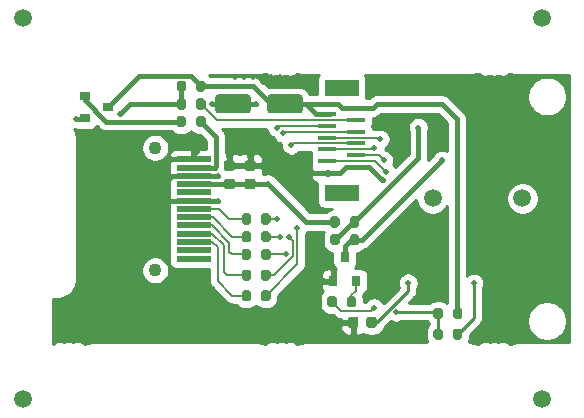
<source format=gbl>
%TF.GenerationSoftware,KiCad,Pcbnew,(5.1.8)-1*%
%TF.CreationDate,2021-01-16T15:49:20-05:00*%
%TF.ProjectId,uratt_fp,75726174-745f-4667-902e-6b696361645f,rev?*%
%TF.SameCoordinates,Original*%
%TF.FileFunction,Copper,L2,Bot*%
%TF.FilePolarity,Positive*%
%FSLAX46Y46*%
G04 Gerber Fmt 4.6, Leading zero omitted, Abs format (unit mm)*
G04 Created by KiCad (PCBNEW (5.1.8)-1) date 2021-01-16 15:49:20*
%MOMM*%
%LPD*%
G01*
G04 APERTURE LIST*
%TA.AperFunction,SMDPad,CuDef*%
%ADD10R,2.900000X1.400000*%
%TD*%
%TA.AperFunction,SMDPad,CuDef*%
%ADD11R,1.600000X0.400000*%
%TD*%
%TA.AperFunction,ComponentPad*%
%ADD12C,1.508000*%
%TD*%
%TA.AperFunction,SMDPad,CuDef*%
%ADD13C,1.500000*%
%TD*%
%TA.AperFunction,SMDPad,CuDef*%
%ADD14R,3.000000X0.500000*%
%TD*%
%TA.AperFunction,ComponentPad*%
%ADD15C,1.100000*%
%TD*%
%TA.AperFunction,SMDPad,CuDef*%
%ADD16R,0.800000X0.900000*%
%TD*%
%TA.AperFunction,SMDPad,CuDef*%
%ADD17R,0.900000X0.800000*%
%TD*%
%TA.AperFunction,ViaPad*%
%ADD18C,0.500000*%
%TD*%
%TA.AperFunction,Conductor*%
%ADD19C,0.400000*%
%TD*%
%TA.AperFunction,Conductor*%
%ADD20C,0.250000*%
%TD*%
%TA.AperFunction,Conductor*%
%ADD21C,0.200000*%
%TD*%
%TA.AperFunction,Conductor*%
%ADD22C,0.254000*%
%TD*%
%TA.AperFunction,Conductor*%
%ADD23C,0.100000*%
%TD*%
G04 APERTURE END LIST*
D10*
%TO.P,J101,S1*%
%TO.N,N/C*%
X67250000Y-128152000D03*
%TO.P,J101,S2*%
X67250000Y-137052000D03*
D11*
%TO.P,J101,1*%
%TO.N,/R_LCD_3.3V*%
X68450000Y-129852000D03*
%TO.P,J101,2*%
X66050000Y-130352000D03*
%TO.P,J101,3*%
%TO.N,/R_LCD_BL*%
X68450000Y-130852000D03*
%TO.P,J101,4*%
%TO.N,/R_LCD_CS*%
X66050000Y-131352000D03*
%TO.P,J101,5*%
%TO.N,/R_LCD_RESET*%
X68450000Y-131852000D03*
%TO.P,J101,6*%
%TO.N,/R_LCD_DC*%
X66050000Y-132352000D03*
%TO.P,J101,7*%
%TO.N,/R_LCD_CLK*%
X68450000Y-132852000D03*
%TO.P,J101,8*%
%TO.N,/R_LCD_MOSI*%
X66050000Y-133352000D03*
%TO.P,J101,9*%
%TO.N,/R_BEEPER*%
X68450000Y-133852000D03*
%TO.P,J101,10*%
%TO.N,/R_BTN*%
X66050000Y-134352000D03*
%TO.P,J101,11*%
%TO.N,GND1*%
X68450000Y-134852000D03*
%TO.P,J101,12*%
X66050000Y-135352000D03*
%TD*%
D12*
%TO.P,LS101,1*%
%TO.N,Net-(BZ101-Pad1)*%
X74950000Y-137500000D03*
%TO.P,LS101,2*%
%TO.N,Net-(BZ101-Pad2)*%
X82550000Y-137500000D03*
%TD*%
%TO.P,C104,2*%
%TO.N,GND1*%
%TA.AperFunction,SMDPad,CuDef*%
G36*
G01*
X59550000Y-128950000D02*
X59550000Y-130050000D01*
G75*
G02*
X59300000Y-130300000I-250000J0D01*
G01*
X56800000Y-130300000D01*
G75*
G02*
X56550000Y-130050000I0J250000D01*
G01*
X56550000Y-128950000D01*
G75*
G02*
X56800000Y-128700000I250000J0D01*
G01*
X59300000Y-128700000D01*
G75*
G02*
X59550000Y-128950000I0J-250000D01*
G01*
G37*
%TD.AperFunction*%
%TO.P,C104,1*%
%TO.N,/R_LCD_3.3V*%
%TA.AperFunction,SMDPad,CuDef*%
G36*
G01*
X63950000Y-128950000D02*
X63950000Y-130050000D01*
G75*
G02*
X63700000Y-130300000I-250000J0D01*
G01*
X61200000Y-130300000D01*
G75*
G02*
X60950000Y-130050000I0J250000D01*
G01*
X60950000Y-128950000D01*
G75*
G02*
X61200000Y-128700000I250000J0D01*
G01*
X63700000Y-128700000D01*
G75*
G02*
X63950000Y-128950000I0J-250000D01*
G01*
G37*
%TD.AperFunction*%
%TD*%
D13*
%TO.P,FID8,*%
%TO.N,*%
X84250000Y-122250000D03*
%TD*%
%TO.P,FID7,*%
%TO.N,*%
X40250000Y-122250000D03*
%TD*%
%TO.P,FID4,*%
%TO.N,*%
X84250000Y-154500000D03*
%TD*%
%TO.P,FID3,*%
%TO.N,*%
X40250000Y-154500000D03*
%TD*%
D14*
%TO.P,LCD101,13*%
%TO.N,GND1*%
X54737000Y-134192000D03*
%TO.P,LCD101,12*%
%TO.N,Net-(LCD101-Pad12)*%
X54737000Y-134892000D03*
%TO.P,LCD101,11*%
%TO.N,GND1*%
X54737000Y-135592000D03*
%TO.P,LCD101,10*%
%TO.N,/R_LCD_3.3V*%
X54737000Y-136292000D03*
%TO.P,LCD101,9*%
%TO.N,Net-(LCD101-Pad9)*%
X54737000Y-136992000D03*
%TO.P,LCD101,8*%
%TO.N,GND1*%
X54737000Y-137692000D03*
%TO.P,LCD101,7*%
%TO.N,Net-(LCD101-Pad7)*%
X54737000Y-138392000D03*
%TO.P,LCD101,6*%
%TO.N,Net-(LCD101-Pad6)*%
X54737000Y-139092000D03*
%TO.P,LCD101,5*%
%TO.N,Net-(LCD101-Pad5)*%
X54737000Y-139792000D03*
%TO.P,LCD101,4*%
%TO.N,Net-(LCD101-Pad4)*%
X54737000Y-140492000D03*
%TO.P,LCD101,3*%
%TO.N,Net-(LCD101-Pad3)*%
X54737000Y-141192000D03*
%TO.P,LCD101,2*%
%TO.N,Net-(LCD101-Pad2)*%
X54737000Y-141892000D03*
%TO.P,LCD101,1*%
%TO.N,Net-(LCD101-Pad1)*%
X54737000Y-142592000D03*
D15*
%TO.P,LCD101,*%
%TO.N,*%
X51464000Y-143603000D03*
X51464000Y-133203000D03*
%TD*%
%TO.P,R113,2*%
%TO.N,Net-(BZ101-Pad1)*%
%TA.AperFunction,SMDPad,CuDef*%
G36*
G01*
X67925000Y-139775000D02*
X67925000Y-139225000D01*
G75*
G02*
X68125000Y-139025000I200000J0D01*
G01*
X68525000Y-139025000D01*
G75*
G02*
X68725000Y-139225000I0J-200000D01*
G01*
X68725000Y-139775000D01*
G75*
G02*
X68525000Y-139975000I-200000J0D01*
G01*
X68125000Y-139975000D01*
G75*
G02*
X67925000Y-139775000I0J200000D01*
G01*
G37*
%TD.AperFunction*%
%TO.P,R113,1*%
%TO.N,/R_LCD_3.3V*%
%TA.AperFunction,SMDPad,CuDef*%
G36*
G01*
X66275000Y-139775000D02*
X66275000Y-139225000D01*
G75*
G02*
X66475000Y-139025000I200000J0D01*
G01*
X66875000Y-139025000D01*
G75*
G02*
X67075000Y-139225000I0J-200000D01*
G01*
X67075000Y-139775000D01*
G75*
G02*
X66875000Y-139975000I-200000J0D01*
G01*
X66475000Y-139975000D01*
G75*
G02*
X66275000Y-139775000I0J200000D01*
G01*
G37*
%TD.AperFunction*%
%TD*%
%TO.P,R112,2*%
%TO.N,/R_BEEPER*%
%TA.AperFunction,SMDPad,CuDef*%
G36*
G01*
X66825000Y-145975000D02*
X66825000Y-146525000D01*
G75*
G02*
X66625000Y-146725000I-200000J0D01*
G01*
X66225000Y-146725000D01*
G75*
G02*
X66025000Y-146525000I0J200000D01*
G01*
X66025000Y-145975000D01*
G75*
G02*
X66225000Y-145775000I200000J0D01*
G01*
X66625000Y-145775000D01*
G75*
G02*
X66825000Y-145975000I0J-200000D01*
G01*
G37*
%TD.AperFunction*%
%TO.P,R112,1*%
%TO.N,Net-(Q102-Pad1)*%
%TA.AperFunction,SMDPad,CuDef*%
G36*
G01*
X68475000Y-145975000D02*
X68475000Y-146525000D01*
G75*
G02*
X68275000Y-146725000I-200000J0D01*
G01*
X67875000Y-146725000D01*
G75*
G02*
X67675000Y-146525000I0J200000D01*
G01*
X67675000Y-145975000D01*
G75*
G02*
X67875000Y-145775000I200000J0D01*
G01*
X68275000Y-145775000D01*
G75*
G02*
X68475000Y-145975000I0J-200000D01*
G01*
G37*
%TD.AperFunction*%
%TD*%
%TO.P,R111,2*%
%TO.N,Net-(BZ101-Pad2)*%
%TA.AperFunction,SMDPad,CuDef*%
G36*
G01*
X67925000Y-141275000D02*
X67925000Y-140725000D01*
G75*
G02*
X68125000Y-140525000I200000J0D01*
G01*
X68525000Y-140525000D01*
G75*
G02*
X68725000Y-140725000I0J-200000D01*
G01*
X68725000Y-141275000D01*
G75*
G02*
X68525000Y-141475000I-200000J0D01*
G01*
X68125000Y-141475000D01*
G75*
G02*
X67925000Y-141275000I0J200000D01*
G01*
G37*
%TD.AperFunction*%
%TO.P,R111,1*%
%TO.N,Net-(BZ101-Pad1)*%
%TA.AperFunction,SMDPad,CuDef*%
G36*
G01*
X66275000Y-141275000D02*
X66275000Y-140725000D01*
G75*
G02*
X66475000Y-140525000I200000J0D01*
G01*
X66875000Y-140525000D01*
G75*
G02*
X67075000Y-140725000I0J-200000D01*
G01*
X67075000Y-141275000D01*
G75*
G02*
X66875000Y-141475000I-200000J0D01*
G01*
X66475000Y-141475000D01*
G75*
G02*
X66275000Y-141275000I0J200000D01*
G01*
G37*
%TD.AperFunction*%
%TD*%
%TO.P,R110,2*%
%TO.N,Net-(LCD101-Pad12)*%
%TA.AperFunction,SMDPad,CuDef*%
G36*
G01*
X54925000Y-131275000D02*
X54925000Y-130725000D01*
G75*
G02*
X55125000Y-130525000I200000J0D01*
G01*
X55525000Y-130525000D01*
G75*
G02*
X55725000Y-130725000I0J-200000D01*
G01*
X55725000Y-131275000D01*
G75*
G02*
X55525000Y-131475000I-200000J0D01*
G01*
X55125000Y-131475000D01*
G75*
G02*
X54925000Y-131275000I0J200000D01*
G01*
G37*
%TD.AperFunction*%
%TO.P,R110,1*%
%TO.N,Net-(Q101-Pad2)*%
%TA.AperFunction,SMDPad,CuDef*%
G36*
G01*
X53275000Y-131275000D02*
X53275000Y-130725000D01*
G75*
G02*
X53475000Y-130525000I200000J0D01*
G01*
X53875000Y-130525000D01*
G75*
G02*
X54075000Y-130725000I0J-200000D01*
G01*
X54075000Y-131275000D01*
G75*
G02*
X53875000Y-131475000I-200000J0D01*
G01*
X53475000Y-131475000D01*
G75*
G02*
X53275000Y-131275000I0J200000D01*
G01*
G37*
%TD.AperFunction*%
%TD*%
%TO.P,R109,2*%
%TO.N,/R_LCD_MOSI*%
%TA.AperFunction,SMDPad,CuDef*%
G36*
G01*
X60425000Y-146025000D02*
X60425000Y-145475000D01*
G75*
G02*
X60625000Y-145275000I200000J0D01*
G01*
X61025000Y-145275000D01*
G75*
G02*
X61225000Y-145475000I0J-200000D01*
G01*
X61225000Y-146025000D01*
G75*
G02*
X61025000Y-146225000I-200000J0D01*
G01*
X60625000Y-146225000D01*
G75*
G02*
X60425000Y-146025000I0J200000D01*
G01*
G37*
%TD.AperFunction*%
%TO.P,R109,1*%
%TO.N,Net-(LCD101-Pad3)*%
%TA.AperFunction,SMDPad,CuDef*%
G36*
G01*
X58775000Y-146025000D02*
X58775000Y-145475000D01*
G75*
G02*
X58975000Y-145275000I200000J0D01*
G01*
X59375000Y-145275000D01*
G75*
G02*
X59575000Y-145475000I0J-200000D01*
G01*
X59575000Y-146025000D01*
G75*
G02*
X59375000Y-146225000I-200000J0D01*
G01*
X58975000Y-146225000D01*
G75*
G02*
X58775000Y-146025000I0J200000D01*
G01*
G37*
%TD.AperFunction*%
%TD*%
%TO.P,R108,2*%
%TO.N,/R_LCD_DC*%
%TA.AperFunction,SMDPad,CuDef*%
G36*
G01*
X60425000Y-142525000D02*
X60425000Y-141975000D01*
G75*
G02*
X60625000Y-141775000I200000J0D01*
G01*
X61025000Y-141775000D01*
G75*
G02*
X61225000Y-141975000I0J-200000D01*
G01*
X61225000Y-142525000D01*
G75*
G02*
X61025000Y-142725000I-200000J0D01*
G01*
X60625000Y-142725000D01*
G75*
G02*
X60425000Y-142525000I0J200000D01*
G01*
G37*
%TD.AperFunction*%
%TO.P,R108,1*%
%TO.N,Net-(LCD101-Pad5)*%
%TA.AperFunction,SMDPad,CuDef*%
G36*
G01*
X58775000Y-142525000D02*
X58775000Y-141975000D01*
G75*
G02*
X58975000Y-141775000I200000J0D01*
G01*
X59375000Y-141775000D01*
G75*
G02*
X59575000Y-141975000I0J-200000D01*
G01*
X59575000Y-142525000D01*
G75*
G02*
X59375000Y-142725000I-200000J0D01*
G01*
X58975000Y-142725000D01*
G75*
G02*
X58775000Y-142525000I0J200000D01*
G01*
G37*
%TD.AperFunction*%
%TD*%
%TO.P,R107,2*%
%TO.N,/R_LCD_CS*%
%TA.AperFunction,SMDPad,CuDef*%
G36*
G01*
X60425000Y-139525000D02*
X60425000Y-138975000D01*
G75*
G02*
X60625000Y-138775000I200000J0D01*
G01*
X61025000Y-138775000D01*
G75*
G02*
X61225000Y-138975000I0J-200000D01*
G01*
X61225000Y-139525000D01*
G75*
G02*
X61025000Y-139725000I-200000J0D01*
G01*
X60625000Y-139725000D01*
G75*
G02*
X60425000Y-139525000I0J200000D01*
G01*
G37*
%TD.AperFunction*%
%TO.P,R107,1*%
%TO.N,Net-(LCD101-Pad7)*%
%TA.AperFunction,SMDPad,CuDef*%
G36*
G01*
X58775000Y-139525000D02*
X58775000Y-138975000D01*
G75*
G02*
X58975000Y-138775000I200000J0D01*
G01*
X59375000Y-138775000D01*
G75*
G02*
X59575000Y-138975000I0J-200000D01*
G01*
X59575000Y-139525000D01*
G75*
G02*
X59375000Y-139725000I-200000J0D01*
G01*
X58975000Y-139725000D01*
G75*
G02*
X58775000Y-139525000I0J200000D01*
G01*
G37*
%TD.AperFunction*%
%TD*%
%TO.P,R106,2*%
%TO.N,/R_LCD_CLK*%
%TA.AperFunction,SMDPad,CuDef*%
G36*
G01*
X60425000Y-144275000D02*
X60425000Y-143725000D01*
G75*
G02*
X60625000Y-143525000I200000J0D01*
G01*
X61025000Y-143525000D01*
G75*
G02*
X61225000Y-143725000I0J-200000D01*
G01*
X61225000Y-144275000D01*
G75*
G02*
X61025000Y-144475000I-200000J0D01*
G01*
X60625000Y-144475000D01*
G75*
G02*
X60425000Y-144275000I0J200000D01*
G01*
G37*
%TD.AperFunction*%
%TO.P,R106,1*%
%TO.N,Net-(LCD101-Pad4)*%
%TA.AperFunction,SMDPad,CuDef*%
G36*
G01*
X58775000Y-144275000D02*
X58775000Y-143725000D01*
G75*
G02*
X58975000Y-143525000I200000J0D01*
G01*
X59375000Y-143525000D01*
G75*
G02*
X59575000Y-143725000I0J-200000D01*
G01*
X59575000Y-144275000D01*
G75*
G02*
X59375000Y-144475000I-200000J0D01*
G01*
X58975000Y-144475000D01*
G75*
G02*
X58775000Y-144275000I0J200000D01*
G01*
G37*
%TD.AperFunction*%
%TD*%
%TO.P,R105,2*%
%TO.N,/R_LCD_RESET*%
%TA.AperFunction,SMDPad,CuDef*%
G36*
G01*
X60425000Y-141025000D02*
X60425000Y-140475000D01*
G75*
G02*
X60625000Y-140275000I200000J0D01*
G01*
X61025000Y-140275000D01*
G75*
G02*
X61225000Y-140475000I0J-200000D01*
G01*
X61225000Y-141025000D01*
G75*
G02*
X61025000Y-141225000I-200000J0D01*
G01*
X60625000Y-141225000D01*
G75*
G02*
X60425000Y-141025000I0J200000D01*
G01*
G37*
%TD.AperFunction*%
%TO.P,R105,1*%
%TO.N,Net-(LCD101-Pad6)*%
%TA.AperFunction,SMDPad,CuDef*%
G36*
G01*
X58775000Y-141025000D02*
X58775000Y-140475000D01*
G75*
G02*
X58975000Y-140275000I200000J0D01*
G01*
X59375000Y-140275000D01*
G75*
G02*
X59575000Y-140475000I0J-200000D01*
G01*
X59575000Y-141025000D01*
G75*
G02*
X59375000Y-141225000I-200000J0D01*
G01*
X58975000Y-141225000D01*
G75*
G02*
X58775000Y-141025000I0J200000D01*
G01*
G37*
%TD.AperFunction*%
%TD*%
%TO.P,R104,2*%
%TO.N,Net-(Q101-Pad1)*%
%TA.AperFunction,SMDPad,CuDef*%
G36*
G01*
X54075000Y-127725000D02*
X54075000Y-128275000D01*
G75*
G02*
X53875000Y-128475000I-200000J0D01*
G01*
X53475000Y-128475000D01*
G75*
G02*
X53275000Y-128275000I0J200000D01*
G01*
X53275000Y-127725000D01*
G75*
G02*
X53475000Y-127525000I200000J0D01*
G01*
X53875000Y-127525000D01*
G75*
G02*
X54075000Y-127725000I0J-200000D01*
G01*
G37*
%TD.AperFunction*%
%TO.P,R104,1*%
%TO.N,/R_LCD_3.3V*%
%TA.AperFunction,SMDPad,CuDef*%
G36*
G01*
X55725000Y-127725000D02*
X55725000Y-128275000D01*
G75*
G02*
X55525000Y-128475000I-200000J0D01*
G01*
X55125000Y-128475000D01*
G75*
G02*
X54925000Y-128275000I0J200000D01*
G01*
X54925000Y-127725000D01*
G75*
G02*
X55125000Y-127525000I200000J0D01*
G01*
X55525000Y-127525000D01*
G75*
G02*
X55725000Y-127725000I0J-200000D01*
G01*
G37*
%TD.AperFunction*%
%TD*%
%TO.P,R103,2*%
%TO.N,/R_LCD_BL*%
%TA.AperFunction,SMDPad,CuDef*%
G36*
G01*
X54925000Y-129775000D02*
X54925000Y-129225000D01*
G75*
G02*
X55125000Y-129025000I200000J0D01*
G01*
X55525000Y-129025000D01*
G75*
G02*
X55725000Y-129225000I0J-200000D01*
G01*
X55725000Y-129775000D01*
G75*
G02*
X55525000Y-129975000I-200000J0D01*
G01*
X55125000Y-129975000D01*
G75*
G02*
X54925000Y-129775000I0J200000D01*
G01*
G37*
%TD.AperFunction*%
%TO.P,R103,1*%
%TO.N,Net-(Q101-Pad1)*%
%TA.AperFunction,SMDPad,CuDef*%
G36*
G01*
X53275000Y-129775000D02*
X53275000Y-129225000D01*
G75*
G02*
X53475000Y-129025000I200000J0D01*
G01*
X53875000Y-129025000D01*
G75*
G02*
X54075000Y-129225000I0J-200000D01*
G01*
X54075000Y-129775000D01*
G75*
G02*
X53875000Y-129975000I-200000J0D01*
G01*
X53475000Y-129975000D01*
G75*
G02*
X53275000Y-129775000I0J200000D01*
G01*
G37*
%TD.AperFunction*%
%TD*%
%TO.P,R102,2*%
%TO.N,/R_BTN*%
%TA.AperFunction,SMDPad,CuDef*%
G36*
G01*
X75825000Y-146975000D02*
X75825000Y-147525000D01*
G75*
G02*
X75625000Y-147725000I-200000J0D01*
G01*
X75225000Y-147725000D01*
G75*
G02*
X75025000Y-147525000I0J200000D01*
G01*
X75025000Y-146975000D01*
G75*
G02*
X75225000Y-146775000I200000J0D01*
G01*
X75625000Y-146775000D01*
G75*
G02*
X75825000Y-146975000I0J-200000D01*
G01*
G37*
%TD.AperFunction*%
%TO.P,R102,1*%
%TO.N,/R_LCD_3.3V*%
%TA.AperFunction,SMDPad,CuDef*%
G36*
G01*
X77475000Y-146975000D02*
X77475000Y-147525000D01*
G75*
G02*
X77275000Y-147725000I-200000J0D01*
G01*
X76875000Y-147725000D01*
G75*
G02*
X76675000Y-147525000I0J200000D01*
G01*
X76675000Y-146975000D01*
G75*
G02*
X76875000Y-146775000I200000J0D01*
G01*
X77275000Y-146775000D01*
G75*
G02*
X77475000Y-146975000I0J-200000D01*
G01*
G37*
%TD.AperFunction*%
%TD*%
%TO.P,R101,2*%
%TO.N,Net-(C101-Pad1)*%
%TA.AperFunction,SMDPad,CuDef*%
G36*
G01*
X76675000Y-149275000D02*
X76675000Y-148725000D01*
G75*
G02*
X76875000Y-148525000I200000J0D01*
G01*
X77275000Y-148525000D01*
G75*
G02*
X77475000Y-148725000I0J-200000D01*
G01*
X77475000Y-149275000D01*
G75*
G02*
X77275000Y-149475000I-200000J0D01*
G01*
X76875000Y-149475000D01*
G75*
G02*
X76675000Y-149275000I0J200000D01*
G01*
G37*
%TD.AperFunction*%
%TO.P,R101,1*%
%TO.N,/R_BTN*%
%TA.AperFunction,SMDPad,CuDef*%
G36*
G01*
X75025000Y-149275000D02*
X75025000Y-148725000D01*
G75*
G02*
X75225000Y-148525000I200000J0D01*
G01*
X75625000Y-148525000D01*
G75*
G02*
X75825000Y-148725000I0J-200000D01*
G01*
X75825000Y-149275000D01*
G75*
G02*
X75625000Y-149475000I-200000J0D01*
G01*
X75225000Y-149475000D01*
G75*
G02*
X75025000Y-149275000I0J200000D01*
G01*
G37*
%TD.AperFunction*%
%TD*%
D16*
%TO.P,Q102,3*%
%TO.N,Net-(BZ101-Pad2)*%
X67500000Y-142500000D03*
%TO.P,Q102,2*%
%TO.N,GND1*%
X66550000Y-144500000D03*
%TO.P,Q102,1*%
%TO.N,Net-(Q102-Pad1)*%
X68450000Y-144500000D03*
%TD*%
D17*
%TO.P,Q101,3*%
%TO.N,/R_LCD_3.3V*%
X47500000Y-129750000D03*
%TO.P,Q101,2*%
%TO.N,Net-(Q101-Pad2)*%
X45500000Y-128800000D03*
%TO.P,Q101,1*%
%TO.N,Net-(Q101-Pad1)*%
X45500000Y-130700000D03*
%TD*%
%TO.P,C103,2*%
%TO.N,GND1*%
%TA.AperFunction,SMDPad,CuDef*%
G36*
G01*
X59750000Y-135175000D02*
X59250000Y-135175000D01*
G75*
G02*
X59025000Y-134950000I0J225000D01*
G01*
X59025000Y-134500000D01*
G75*
G02*
X59250000Y-134275000I225000J0D01*
G01*
X59750000Y-134275000D01*
G75*
G02*
X59975000Y-134500000I0J-225000D01*
G01*
X59975000Y-134950000D01*
G75*
G02*
X59750000Y-135175000I-225000J0D01*
G01*
G37*
%TD.AperFunction*%
%TO.P,C103,1*%
%TO.N,/R_LCD_3.3V*%
%TA.AperFunction,SMDPad,CuDef*%
G36*
G01*
X59750000Y-136725000D02*
X59250000Y-136725000D01*
G75*
G02*
X59025000Y-136500000I0J225000D01*
G01*
X59025000Y-136050000D01*
G75*
G02*
X59250000Y-135825000I225000J0D01*
G01*
X59750000Y-135825000D01*
G75*
G02*
X59975000Y-136050000I0J-225000D01*
G01*
X59975000Y-136500000D01*
G75*
G02*
X59750000Y-136725000I-225000J0D01*
G01*
G37*
%TD.AperFunction*%
%TD*%
%TO.P,C102,2*%
%TO.N,GND1*%
%TA.AperFunction,SMDPad,CuDef*%
G36*
G01*
X58000000Y-135175000D02*
X57500000Y-135175000D01*
G75*
G02*
X57275000Y-134950000I0J225000D01*
G01*
X57275000Y-134500000D01*
G75*
G02*
X57500000Y-134275000I225000J0D01*
G01*
X58000000Y-134275000D01*
G75*
G02*
X58225000Y-134500000I0J-225000D01*
G01*
X58225000Y-134950000D01*
G75*
G02*
X58000000Y-135175000I-225000J0D01*
G01*
G37*
%TD.AperFunction*%
%TO.P,C102,1*%
%TO.N,/R_LCD_3.3V*%
%TA.AperFunction,SMDPad,CuDef*%
G36*
G01*
X58000000Y-136725000D02*
X57500000Y-136725000D01*
G75*
G02*
X57275000Y-136500000I0J225000D01*
G01*
X57275000Y-136050000D01*
G75*
G02*
X57500000Y-135825000I225000J0D01*
G01*
X58000000Y-135825000D01*
G75*
G02*
X58225000Y-136050000I0J-225000D01*
G01*
X58225000Y-136500000D01*
G75*
G02*
X58000000Y-136725000I-225000J0D01*
G01*
G37*
%TD.AperFunction*%
%TD*%
%TO.P,C101,2*%
%TO.N,GND1*%
%TA.AperFunction,SMDPad,CuDef*%
G36*
G01*
X68675000Y-147750000D02*
X68675000Y-148250000D01*
G75*
G02*
X68450000Y-148475000I-225000J0D01*
G01*
X68000000Y-148475000D01*
G75*
G02*
X67775000Y-148250000I0J225000D01*
G01*
X67775000Y-147750000D01*
G75*
G02*
X68000000Y-147525000I225000J0D01*
G01*
X68450000Y-147525000D01*
G75*
G02*
X68675000Y-147750000I0J-225000D01*
G01*
G37*
%TD.AperFunction*%
%TO.P,C101,1*%
%TO.N,Net-(C101-Pad1)*%
%TA.AperFunction,SMDPad,CuDef*%
G36*
G01*
X70225000Y-147750000D02*
X70225000Y-148250000D01*
G75*
G02*
X70000000Y-148475000I-225000J0D01*
G01*
X69550000Y-148475000D01*
G75*
G02*
X69325000Y-148250000I0J225000D01*
G01*
X69325000Y-147750000D01*
G75*
G02*
X69550000Y-147525000I225000J0D01*
G01*
X70000000Y-147525000D01*
G75*
G02*
X70225000Y-147750000I0J-225000D01*
G01*
G37*
%TD.AperFunction*%
%TD*%
D18*
%TO.N,GND1*%
X81000000Y-142750000D03*
X79500000Y-142750000D03*
X74500000Y-142750000D03*
X62000000Y-127250000D03*
X60500000Y-127250000D03*
X59750000Y-127250000D03*
X58250000Y-127250000D03*
X59000000Y-127250000D03*
X61250000Y-127250000D03*
X51500000Y-141250000D03*
X51500000Y-139000000D03*
X51500000Y-137500000D03*
X51500000Y-136750000D03*
X51500000Y-140500000D03*
X51500000Y-139750000D03*
X51500000Y-138250000D03*
X57750000Y-134000000D03*
X59500000Y-134000000D03*
X52750000Y-135750000D03*
X52750000Y-134250000D03*
X52750000Y-137750000D03*
X56750000Y-137750000D03*
X56750000Y-135625000D03*
X55000000Y-133500000D03*
X80250000Y-139750000D03*
X60000000Y-129500000D03*
X56250000Y-129500000D03*
X64750000Y-135250000D03*
X70709786Y-135945974D03*
X67250000Y-148000000D03*
X65750000Y-144500000D03*
X75250000Y-132250000D03*
X70250000Y-131000000D03*
%TO.N,/R_LCD_3.3V*%
X61025000Y-136275000D03*
X60250000Y-128500000D03*
%TO.N,/R_BTN*%
X71879945Y-147129945D03*
X71000000Y-135250000D03*
%TO.N,/R_LCD_RESET*%
X62000000Y-140750000D03*
X62280000Y-132000000D03*
%TO.N,/R_LCD_CLK*%
X63000000Y-133000000D03*
X62750226Y-140750226D03*
%TO.N,/R_LCD_CS*%
X61750000Y-139250000D03*
X61750000Y-131500000D03*
%TO.N,/R_LCD_DC*%
X62500000Y-142250000D03*
X70500000Y-132500000D03*
%TO.N,/R_LCD_MOSI*%
X70000000Y-133250010D03*
X63500226Y-140000226D03*
%TO.N,/R_BEEPER*%
X70000000Y-146750000D03*
X70802443Y-134267554D03*
%TO.N,Net-(BZ101-Pad2)*%
X75749990Y-134250000D03*
%TO.N,Net-(BZ101-Pad1)*%
X73750000Y-131500000D03*
%TO.N,Net-(C101-Pad1)*%
X72898000Y-144648000D03*
X78440527Y-144687202D03*
%TO.N,Net-(Q101-Pad1)*%
X48500000Y-130370000D03*
X44750000Y-130750000D03*
%TD*%
D19*
%TO.N,GND1*%
X57750000Y-134725000D02*
X57750000Y-134000000D01*
X59500000Y-134725000D02*
X59500000Y-134000000D01*
X52908000Y-135592000D02*
X52750000Y-135750000D01*
X54737000Y-135592000D02*
X52908000Y-135592000D01*
X52808000Y-134192000D02*
X52750000Y-134250000D01*
X54737000Y-134192000D02*
X52808000Y-134192000D01*
X52808000Y-137692000D02*
X52750000Y-137750000D01*
X54737000Y-137692000D02*
X52808000Y-137692000D01*
X56692000Y-137692000D02*
X56750000Y-137750000D01*
X54737000Y-137692000D02*
X56692000Y-137692000D01*
X56717000Y-135592000D02*
X56750000Y-135625000D01*
X54737000Y-135592000D02*
X56717000Y-135592000D01*
X54737000Y-133763000D02*
X55000000Y-133500000D01*
X54737000Y-134192000D02*
X54737000Y-133763000D01*
X58050000Y-129500000D02*
X60000000Y-129500000D01*
X58050000Y-129500000D02*
X56250000Y-129500000D01*
X64852000Y-135352000D02*
X64750000Y-135250000D01*
X66050000Y-135352000D02*
X64852000Y-135352000D01*
X66050000Y-135352000D02*
X66898000Y-135352000D01*
X68450000Y-134852000D02*
X68635757Y-134852000D01*
X68450000Y-134852000D02*
X67648000Y-134852000D01*
X67148000Y-135352000D02*
X66050000Y-135352000D01*
X67648000Y-134852000D02*
X67148000Y-135352000D01*
X68450000Y-134852000D02*
X69602000Y-134852000D01*
X70695974Y-135945974D02*
X70709786Y-135945974D01*
X69602000Y-134852000D02*
X70695974Y-135945974D01*
X68225000Y-148000000D02*
X67250000Y-148000000D01*
X66550000Y-144500000D02*
X65750000Y-144500000D01*
%TO.N,/R_LCD_3.3V*%
X54469990Y-127144990D02*
X50105010Y-127144990D01*
X55325000Y-128000000D02*
X54469990Y-127144990D01*
X50105010Y-127144990D02*
X47500000Y-129750000D01*
X64000000Y-139250000D02*
X61025000Y-136275000D01*
X61025000Y-136275000D02*
X59500000Y-136275000D01*
X57750000Y-136275000D02*
X59500000Y-136275000D01*
X54754000Y-136275000D02*
X54737000Y-136292000D01*
X57750000Y-136275000D02*
X54754000Y-136275000D01*
X55325000Y-128000000D02*
X59750000Y-128000000D01*
X59750000Y-128000000D02*
X60250000Y-128500000D01*
X61250000Y-129500000D02*
X60250000Y-128500000D01*
X62450000Y-129500000D02*
X61250000Y-129500000D01*
X66259181Y-130346990D02*
X66264191Y-130352000D01*
X65096990Y-130346990D02*
X66259181Y-130346990D01*
X64250000Y-129500000D02*
X65096990Y-130346990D01*
X62450000Y-129500000D02*
X64250000Y-129500000D01*
X67250000Y-129852000D02*
X66898000Y-129500000D01*
X66898000Y-129500000D02*
X64250000Y-129500000D01*
X68450000Y-129852000D02*
X67250000Y-129852000D01*
X64250000Y-139500000D02*
X64000000Y-139250000D01*
X66675000Y-139500000D02*
X64250000Y-139500000D01*
X77000000Y-147175000D02*
X77000000Y-130750000D01*
X77075000Y-147250000D02*
X77000000Y-147175000D01*
X68450000Y-129852000D02*
X69898000Y-129852000D01*
X69898000Y-129852000D02*
X70250000Y-129500000D01*
X75750000Y-129500000D02*
X77000000Y-130750000D01*
X70250000Y-129500000D02*
X75750000Y-129500000D01*
D20*
%TO.N,/R_BTN*%
X75425000Y-149000000D02*
X75425000Y-147250000D01*
X75304945Y-147129945D02*
X75425000Y-147250000D01*
X71879945Y-147129945D02*
X75304945Y-147129945D01*
D21*
X67050000Y-134352000D02*
X66050000Y-134352000D01*
X70101999Y-134351999D02*
X67050000Y-134352000D01*
X70101999Y-134351999D02*
X71000000Y-135250000D01*
%TO.N,/R_LCD_BL*%
X56677000Y-130852000D02*
X68450000Y-130852000D01*
X55325000Y-129500000D02*
X56677000Y-130852000D01*
%TO.N,/R_LCD_RESET*%
X60825000Y-140750000D02*
X62000000Y-140750000D01*
X62428000Y-131852000D02*
X62280000Y-132000000D01*
X68450000Y-131852000D02*
X62428000Y-131852000D01*
%TO.N,/R_LCD_CLK*%
X63148000Y-132852000D02*
X63000000Y-133000000D01*
X68450000Y-132852000D02*
X63148000Y-132852000D01*
X63120215Y-141120215D02*
X62750226Y-140750226D01*
X63120215Y-142414187D02*
X63120215Y-141120215D01*
X60825000Y-144000000D02*
X61534402Y-144000000D01*
X61534402Y-144000000D02*
X63120215Y-142414187D01*
%TO.N,/R_LCD_CS*%
X60825000Y-139250000D02*
X61750000Y-139250000D01*
X61898000Y-131352000D02*
X61750000Y-131500000D01*
X66050000Y-131352000D02*
X61898000Y-131352000D01*
%TO.N,/R_LCD_DC*%
X60825000Y-142250000D02*
X62500000Y-142250000D01*
X66050000Y-132352000D02*
X70352000Y-132352000D01*
X70352000Y-132352000D02*
X70500000Y-132500000D01*
%TO.N,/R_LCD_MOSI*%
X66050000Y-133352000D02*
X69898010Y-133352000D01*
X69898010Y-133352000D02*
X70000000Y-133250010D01*
X63500226Y-143074774D02*
X63500226Y-140000226D01*
X60825000Y-145750000D02*
X63500226Y-143074774D01*
D20*
%TO.N,/R_BEEPER*%
X70000000Y-146750000D02*
X69969990Y-146780010D01*
D21*
X70386889Y-133852000D02*
X68450000Y-133852000D01*
X70802443Y-134267554D02*
X70386889Y-133852000D01*
X69744990Y-147005010D02*
X67180010Y-147005010D01*
X67180010Y-147005010D02*
X66425000Y-146250000D01*
X70000000Y-146750000D02*
X69744990Y-147005010D01*
D19*
%TO.N,Net-(BZ101-Pad2)*%
X68325000Y-141000000D02*
X68000000Y-141000000D01*
X67500000Y-141500000D02*
X67500000Y-142500000D01*
X68000000Y-141000000D02*
X67500000Y-141500000D01*
X68325000Y-141000000D02*
X68999990Y-141000000D01*
X68999990Y-141000000D02*
X75749990Y-134250000D01*
%TO.N,Net-(BZ101-Pad1)*%
X68325000Y-139250000D02*
X68175000Y-139250000D01*
X68175000Y-139500000D02*
X66675000Y-141000000D01*
X68325000Y-139500000D02*
X68175000Y-139500000D01*
X73750000Y-134075000D02*
X68325000Y-139500000D01*
X73750000Y-131500000D02*
X73750000Y-134075000D01*
D20*
%TO.N,Net-(C101-Pad1)*%
X69775000Y-148000000D02*
X70225000Y-148000000D01*
X70225000Y-148000000D02*
X72898000Y-145327000D01*
X72898000Y-145327000D02*
X72898000Y-144648000D01*
X78440527Y-147634473D02*
X78440527Y-144687202D01*
X77075000Y-149000000D02*
X78440527Y-147634473D01*
D19*
%TO.N,Net-(LCD101-Pad12)*%
X56637001Y-132312001D02*
X55325000Y-131000000D01*
X56637001Y-134762001D02*
X56637001Y-132312001D01*
X56507002Y-134892000D02*
X56637001Y-134762001D01*
X54737000Y-134892000D02*
X56507002Y-134892000D01*
D21*
%TO.N,Net-(LCD101-Pad7)*%
X57750000Y-139250000D02*
X59175000Y-139250000D01*
X56892000Y-138392000D02*
X54737000Y-138392000D01*
X57750000Y-139250000D02*
X56892000Y-138392000D01*
%TO.N,Net-(LCD101-Pad6)*%
X59175000Y-140750000D02*
X58000000Y-140750000D01*
X56342000Y-139092000D02*
X54737000Y-139092000D01*
X58000000Y-140750000D02*
X56342000Y-139092000D01*
%TO.N,Net-(LCD101-Pad5)*%
X57750000Y-141250998D02*
X56291002Y-139792000D01*
X57750000Y-142000000D02*
X57750000Y-141250998D01*
X58000000Y-142250000D02*
X57750000Y-142000000D01*
X56291002Y-139792000D02*
X54737000Y-139792000D01*
X59175000Y-142250000D02*
X58000000Y-142250000D01*
%TO.N,Net-(LCD101-Pad4)*%
X56291002Y-140492000D02*
X54737000Y-140492000D01*
X57250000Y-141450998D02*
X56291002Y-140492000D01*
X57250000Y-143750000D02*
X57250000Y-141450998D01*
X57500000Y-144000000D02*
X57250000Y-143750000D01*
X59175000Y-144000000D02*
X57500000Y-144000000D01*
%TO.N,Net-(LCD101-Pad3)*%
X56291002Y-141192000D02*
X54737000Y-141192000D01*
X56750000Y-141650998D02*
X56291002Y-141192000D01*
X56750000Y-144500000D02*
X56750000Y-141650998D01*
X58000000Y-145750000D02*
X56750000Y-144500000D01*
X59175000Y-145750000D02*
X58000000Y-145750000D01*
D19*
%TO.N,Net-(Q101-Pad2)*%
X45500000Y-129165998D02*
X45500000Y-128800000D01*
X47334002Y-131000000D02*
X45500000Y-129165998D01*
X53675000Y-131000000D02*
X47334002Y-131000000D01*
%TO.N,Net-(Q101-Pad1)*%
X53675000Y-128000000D02*
X53675000Y-129500000D01*
X49370000Y-129500000D02*
X48500000Y-130370000D01*
X53675000Y-129500000D02*
X49370000Y-129500000D01*
X45450000Y-130750000D02*
X45500000Y-130700000D01*
X44750000Y-130750000D02*
X45450000Y-130750000D01*
D21*
%TO.N,Net-(Q102-Pad1)*%
X68075000Y-146250000D02*
X68075000Y-145675000D01*
X68450000Y-145300000D02*
X68450000Y-144500000D01*
X68075000Y-145675000D02*
X68450000Y-145300000D01*
%TD*%
D22*
%TO.N,GND1*%
X46714561Y-131561427D02*
X46740711Y-131593291D01*
X46867856Y-131697636D01*
X47012915Y-131775172D01*
X47170313Y-131822918D01*
X47292983Y-131835000D01*
X47292984Y-131835000D01*
X47334002Y-131839040D01*
X47375020Y-131835000D01*
X52855635Y-131835000D01*
X52882394Y-131867606D01*
X53009392Y-131971831D01*
X53154284Y-132049278D01*
X53311500Y-132096969D01*
X53475000Y-132113072D01*
X53875000Y-132113072D01*
X54038500Y-132096969D01*
X54195716Y-132049278D01*
X54340608Y-131971831D01*
X54467606Y-131867606D01*
X54500000Y-131828134D01*
X54532394Y-131867606D01*
X54659392Y-131971831D01*
X54804284Y-132049278D01*
X54961500Y-132096969D01*
X55125000Y-132113072D01*
X55257204Y-132113072D01*
X55802002Y-132657870D01*
X55802002Y-133305035D01*
X55022750Y-133307000D01*
X54864000Y-133465750D01*
X54864000Y-134003928D01*
X54610000Y-134003928D01*
X54610000Y-133465750D01*
X54451250Y-133307000D01*
X53242573Y-133303952D01*
X53117989Y-133315125D01*
X52997979Y-133350388D01*
X52887154Y-133408387D01*
X52789773Y-133486891D01*
X52709579Y-133582886D01*
X52649654Y-133692681D01*
X52612299Y-133812057D01*
X52602000Y-133910250D01*
X52760750Y-134069000D01*
X52961947Y-134069000D01*
X52882506Y-134111463D01*
X52785815Y-134190815D01*
X52706463Y-134287506D01*
X52647498Y-134397820D01*
X52634247Y-134441503D01*
X52602000Y-134473750D01*
X52608962Y-134540124D01*
X52598928Y-134642000D01*
X52598928Y-135142000D01*
X52608962Y-135243876D01*
X52602000Y-135310250D01*
X52634247Y-135342497D01*
X52647498Y-135386180D01*
X52706463Y-135496494D01*
X52784842Y-135592000D01*
X52706463Y-135687506D01*
X52647498Y-135797820D01*
X52634247Y-135841503D01*
X52602000Y-135873750D01*
X52608962Y-135940124D01*
X52598928Y-136042000D01*
X52598928Y-136542000D01*
X52608777Y-136642000D01*
X52598928Y-136742000D01*
X52598928Y-137242000D01*
X52608962Y-137343876D01*
X52602000Y-137410250D01*
X52634247Y-137442497D01*
X52647498Y-137486180D01*
X52706463Y-137596494D01*
X52784842Y-137692000D01*
X52706463Y-137787506D01*
X52647498Y-137897820D01*
X52634247Y-137941503D01*
X52602000Y-137973750D01*
X52608962Y-138040124D01*
X52598928Y-138142000D01*
X52598928Y-138642000D01*
X52608777Y-138742000D01*
X52598928Y-138842000D01*
X52598928Y-139342000D01*
X52608777Y-139442000D01*
X52598928Y-139542000D01*
X52598928Y-140042000D01*
X52608777Y-140142000D01*
X52598928Y-140242000D01*
X52598928Y-140742000D01*
X52608777Y-140842000D01*
X52598928Y-140942000D01*
X52598928Y-141442000D01*
X52608777Y-141542000D01*
X52598928Y-141642000D01*
X52598928Y-142142000D01*
X52608777Y-142242000D01*
X52598928Y-142342000D01*
X52598928Y-142842000D01*
X52611188Y-142966482D01*
X52647498Y-143086180D01*
X52706463Y-143196494D01*
X52785815Y-143293185D01*
X52882506Y-143372537D01*
X52992820Y-143431502D01*
X53112518Y-143467812D01*
X53237000Y-143480072D01*
X56015000Y-143480072D01*
X56015000Y-144463895D01*
X56011444Y-144500000D01*
X56025635Y-144644085D01*
X56029009Y-144655208D01*
X56067663Y-144782632D01*
X56135913Y-144910319D01*
X56227762Y-145022237D01*
X56255808Y-145045254D01*
X57454746Y-146244193D01*
X57477762Y-146272238D01*
X57589680Y-146364087D01*
X57717367Y-146432337D01*
X57832846Y-146467367D01*
X57855915Y-146474365D01*
X58000000Y-146488556D01*
X58036105Y-146485000D01*
X58275171Y-146485000D01*
X58278169Y-146490608D01*
X58382394Y-146617606D01*
X58509392Y-146721831D01*
X58654284Y-146799278D01*
X58811500Y-146846969D01*
X58975000Y-146863072D01*
X59375000Y-146863072D01*
X59538500Y-146846969D01*
X59695716Y-146799278D01*
X59840608Y-146721831D01*
X59967606Y-146617606D01*
X60000000Y-146578134D01*
X60032394Y-146617606D01*
X60159392Y-146721831D01*
X60304284Y-146799278D01*
X60461500Y-146846969D01*
X60625000Y-146863072D01*
X61025000Y-146863072D01*
X61188500Y-146846969D01*
X61345716Y-146799278D01*
X61490608Y-146721831D01*
X61617606Y-146617606D01*
X61721831Y-146490608D01*
X61799278Y-146345716D01*
X61846969Y-146188500D01*
X61863072Y-146025000D01*
X61863072Y-145751374D01*
X63564446Y-144050000D01*
X65511928Y-144050000D01*
X65515000Y-144214250D01*
X65673750Y-144373000D01*
X66423000Y-144373000D01*
X66423000Y-143573750D01*
X66264250Y-143415000D01*
X66150000Y-143411928D01*
X66025518Y-143424188D01*
X65905820Y-143460498D01*
X65795506Y-143519463D01*
X65698815Y-143598815D01*
X65619463Y-143695506D01*
X65560498Y-143805820D01*
X65524188Y-143925518D01*
X65511928Y-144050000D01*
X63564446Y-144050000D01*
X63994423Y-143620024D01*
X64022463Y-143597012D01*
X64045476Y-143568971D01*
X64045479Y-143568968D01*
X64070343Y-143538671D01*
X64114313Y-143485094D01*
X64182563Y-143357407D01*
X64224591Y-143218859D01*
X64235226Y-143110879D01*
X64235226Y-143110878D01*
X64238782Y-143074774D01*
X64235226Y-143038669D01*
X64235226Y-140493179D01*
X64284503Y-140419431D01*
X64319475Y-140335000D01*
X65737755Y-140335000D01*
X65700722Y-140404284D01*
X65653031Y-140561500D01*
X65636928Y-140725000D01*
X65636928Y-141275000D01*
X65653031Y-141438500D01*
X65700722Y-141595716D01*
X65778169Y-141740608D01*
X65882394Y-141867606D01*
X66009392Y-141971831D01*
X66154284Y-142049278D01*
X66311500Y-142096969D01*
X66461928Y-142111785D01*
X66461928Y-142950000D01*
X66474188Y-143074482D01*
X66510498Y-143194180D01*
X66569463Y-143304494D01*
X66648815Y-143401185D01*
X66745506Y-143480537D01*
X66761607Y-143489143D01*
X66677000Y-143573750D01*
X66677000Y-144373000D01*
X66697000Y-144373000D01*
X66697000Y-144627000D01*
X66677000Y-144627000D01*
X66677000Y-144647000D01*
X66423000Y-144647000D01*
X66423000Y-144627000D01*
X65673750Y-144627000D01*
X65515000Y-144785750D01*
X65511928Y-144950000D01*
X65524188Y-145074482D01*
X65560498Y-145194180D01*
X65619463Y-145304494D01*
X65662869Y-145357384D01*
X65632394Y-145382394D01*
X65528169Y-145509392D01*
X65450722Y-145654284D01*
X65403031Y-145811500D01*
X65386928Y-145975000D01*
X65386928Y-146525000D01*
X65403031Y-146688500D01*
X65450722Y-146845716D01*
X65528169Y-146990608D01*
X65632394Y-147117606D01*
X65759392Y-147221831D01*
X65904284Y-147299278D01*
X66061500Y-147346969D01*
X66225000Y-147363072D01*
X66498625Y-147363072D01*
X66634756Y-147499203D01*
X66657772Y-147527248D01*
X66769690Y-147619097D01*
X66897377Y-147687347D01*
X67035925Y-147729375D01*
X67143905Y-147740010D01*
X67143914Y-147740010D01*
X67168147Y-147742397D01*
X67298750Y-147873000D01*
X68098000Y-147873000D01*
X68098000Y-147853000D01*
X68352000Y-147853000D01*
X68352000Y-147873000D01*
X68372000Y-147873000D01*
X68372000Y-148127000D01*
X68352000Y-148127000D01*
X68352000Y-148951250D01*
X68510750Y-149110000D01*
X68675000Y-149113072D01*
X68799482Y-149100812D01*
X68919180Y-149064502D01*
X69029494Y-149005537D01*
X69073649Y-148969300D01*
X69219717Y-149047375D01*
X69381623Y-149096488D01*
X69550000Y-149113072D01*
X70000000Y-149113072D01*
X70168377Y-149096488D01*
X70330283Y-149047375D01*
X70479497Y-148967618D01*
X70610284Y-148860284D01*
X70717618Y-148729497D01*
X70797375Y-148580283D01*
X70831276Y-148468525D01*
X71415685Y-147884117D01*
X71460740Y-147914222D01*
X71621800Y-147980935D01*
X71792780Y-148014945D01*
X71967110Y-148014945D01*
X72138090Y-147980935D01*
X72299150Y-147914222D01*
X72335483Y-147889945D01*
X74474363Y-147889945D01*
X74528169Y-147990608D01*
X74632394Y-148117606D01*
X74641404Y-148125000D01*
X74632394Y-148132394D01*
X74528169Y-148259392D01*
X74450722Y-148404284D01*
X74403031Y-148561500D01*
X74386928Y-148725000D01*
X74386928Y-149275000D01*
X74403031Y-149438500D01*
X74450722Y-149595716D01*
X74503791Y-149695000D01*
X64112353Y-149695000D01*
X64078169Y-149698367D01*
X64065193Y-149698367D01*
X64055681Y-149699366D01*
X63861732Y-149721121D01*
X63801024Y-149734025D01*
X63740099Y-149746089D01*
X63730962Y-149748917D01*
X63544932Y-149807930D01*
X63492091Y-149830578D01*
X63412345Y-149750832D01*
X63279679Y-149662188D01*
X63132268Y-149601128D01*
X62975778Y-149570000D01*
X62816222Y-149570000D01*
X62659732Y-149601128D01*
X62521000Y-149658593D01*
X62382268Y-149601128D01*
X62225778Y-149570000D01*
X62066222Y-149570000D01*
X61909732Y-149601128D01*
X61771000Y-149658593D01*
X61632268Y-149601128D01*
X61475778Y-149570000D01*
X61316222Y-149570000D01*
X61159732Y-149601128D01*
X61012321Y-149662188D01*
X60879655Y-149750832D01*
X60799934Y-149830553D01*
X60791261Y-149826978D01*
X60734193Y-149802519D01*
X60725057Y-149799690D01*
X60538220Y-149743281D01*
X60477302Y-149731219D01*
X60416590Y-149718314D01*
X60407078Y-149717314D01*
X60212845Y-149698269D01*
X60212837Y-149698269D01*
X60179647Y-149695000D01*
X46112353Y-149695000D01*
X46078169Y-149698367D01*
X46065193Y-149698367D01*
X46055681Y-149699366D01*
X45861732Y-149721121D01*
X45801024Y-149734025D01*
X45740099Y-149746089D01*
X45730962Y-149748917D01*
X45544932Y-149807930D01*
X45492091Y-149830578D01*
X45412345Y-149750832D01*
X45279679Y-149662188D01*
X45132268Y-149601128D01*
X44975778Y-149570000D01*
X44816222Y-149570000D01*
X44659732Y-149601128D01*
X44521000Y-149658593D01*
X44382268Y-149601128D01*
X44225778Y-149570000D01*
X44066222Y-149570000D01*
X43909732Y-149601128D01*
X43771000Y-149658593D01*
X43632268Y-149601128D01*
X43475778Y-149570000D01*
X43316222Y-149570000D01*
X43159732Y-149601128D01*
X43012321Y-149662188D01*
X42879655Y-149750832D01*
X42799934Y-149830553D01*
X42799000Y-149830168D01*
X42799000Y-148475000D01*
X67136928Y-148475000D01*
X67149188Y-148599482D01*
X67185498Y-148719180D01*
X67244463Y-148829494D01*
X67323815Y-148926185D01*
X67420506Y-149005537D01*
X67530820Y-149064502D01*
X67650518Y-149100812D01*
X67775000Y-149113072D01*
X67939250Y-149110000D01*
X68098000Y-148951250D01*
X68098000Y-148127000D01*
X67298750Y-148127000D01*
X67140000Y-148285750D01*
X67136928Y-148475000D01*
X42799000Y-148475000D01*
X42799000Y-146015000D01*
X43179647Y-146015000D01*
X43208955Y-146012113D01*
X43215066Y-146012156D01*
X43224585Y-146011223D01*
X43418682Y-145990822D01*
X43479496Y-145978339D01*
X43540481Y-145966705D01*
X43549637Y-145963941D01*
X43736075Y-145906229D01*
X43793279Y-145882182D01*
X43850873Y-145858913D01*
X43859317Y-145854423D01*
X44030994Y-145761598D01*
X44082468Y-145726878D01*
X44134418Y-145692883D01*
X44141829Y-145686839D01*
X44292207Y-145562435D01*
X44335973Y-145518362D01*
X44380311Y-145474943D01*
X44386408Y-145467574D01*
X44509758Y-145316332D01*
X44544126Y-145264603D01*
X44579191Y-145213392D01*
X44583739Y-145204981D01*
X44583740Y-145204980D01*
X44583742Y-145204976D01*
X44675366Y-145032657D01*
X44699022Y-144975261D01*
X44723482Y-144918193D01*
X44726310Y-144909056D01*
X44782719Y-144722220D01*
X44794780Y-144661310D01*
X44807686Y-144600591D01*
X44808686Y-144591079D01*
X44827731Y-144396845D01*
X44827731Y-144396837D01*
X44831000Y-144363647D01*
X44831000Y-143486288D01*
X50279000Y-143486288D01*
X50279000Y-143719712D01*
X50324539Y-143948652D01*
X50413866Y-144164308D01*
X50543550Y-144358394D01*
X50708606Y-144523450D01*
X50902692Y-144653134D01*
X51118348Y-144742461D01*
X51347288Y-144788000D01*
X51580712Y-144788000D01*
X51809652Y-144742461D01*
X52025308Y-144653134D01*
X52219394Y-144523450D01*
X52384450Y-144358394D01*
X52514134Y-144164308D01*
X52603461Y-143948652D01*
X52649000Y-143719712D01*
X52649000Y-143486288D01*
X52603461Y-143257348D01*
X52514134Y-143041692D01*
X52384450Y-142847606D01*
X52219394Y-142682550D01*
X52025308Y-142552866D01*
X51809652Y-142463539D01*
X51580712Y-142418000D01*
X51347288Y-142418000D01*
X51118348Y-142463539D01*
X50902692Y-142552866D01*
X50708606Y-142682550D01*
X50543550Y-142847606D01*
X50413866Y-143041692D01*
X50324539Y-143257348D01*
X50279000Y-143486288D01*
X44831000Y-143486288D01*
X44831000Y-133086288D01*
X50279000Y-133086288D01*
X50279000Y-133319712D01*
X50324539Y-133548652D01*
X50413866Y-133764308D01*
X50543550Y-133958394D01*
X50708606Y-134123450D01*
X50902692Y-134253134D01*
X51118348Y-134342461D01*
X51347288Y-134388000D01*
X51580712Y-134388000D01*
X51809652Y-134342461D01*
X52025308Y-134253134D01*
X52219394Y-134123450D01*
X52384450Y-133958394D01*
X52514134Y-133764308D01*
X52603461Y-133548652D01*
X52649000Y-133319712D01*
X52649000Y-133086288D01*
X52603461Y-132857348D01*
X52514134Y-132641692D01*
X52384450Y-132447606D01*
X52219394Y-132282550D01*
X52025308Y-132152866D01*
X51809652Y-132063539D01*
X51580712Y-132018000D01*
X51347288Y-132018000D01*
X51118348Y-132063539D01*
X50902692Y-132152866D01*
X50708606Y-132282550D01*
X50543550Y-132447606D01*
X50413866Y-132641692D01*
X50324539Y-132857348D01*
X50279000Y-133086288D01*
X44831000Y-133086288D01*
X44831000Y-132396353D01*
X44828113Y-132367045D01*
X44828156Y-132360933D01*
X44827223Y-132351415D01*
X44806822Y-132157318D01*
X44794339Y-132096504D01*
X44782705Y-132035519D01*
X44779941Y-132026363D01*
X44722229Y-131839925D01*
X44698170Y-131782692D01*
X44674913Y-131725127D01*
X44670423Y-131716682D01*
X44621850Y-131626848D01*
X44662835Y-131635000D01*
X44703856Y-131635000D01*
X44805820Y-131689502D01*
X44925518Y-131725812D01*
X45050000Y-131738072D01*
X45950000Y-131738072D01*
X46074482Y-131725812D01*
X46194180Y-131689502D01*
X46304494Y-131630537D01*
X46401185Y-131551185D01*
X46480537Y-131454494D01*
X46524807Y-131371673D01*
X46714561Y-131561427D01*
%TA.AperFunction,Conductor*%
D23*
G36*
X46714561Y-131561427D02*
G01*
X46740711Y-131593291D01*
X46867856Y-131697636D01*
X47012915Y-131775172D01*
X47170313Y-131822918D01*
X47292983Y-131835000D01*
X47292984Y-131835000D01*
X47334002Y-131839040D01*
X47375020Y-131835000D01*
X52855635Y-131835000D01*
X52882394Y-131867606D01*
X53009392Y-131971831D01*
X53154284Y-132049278D01*
X53311500Y-132096969D01*
X53475000Y-132113072D01*
X53875000Y-132113072D01*
X54038500Y-132096969D01*
X54195716Y-132049278D01*
X54340608Y-131971831D01*
X54467606Y-131867606D01*
X54500000Y-131828134D01*
X54532394Y-131867606D01*
X54659392Y-131971831D01*
X54804284Y-132049278D01*
X54961500Y-132096969D01*
X55125000Y-132113072D01*
X55257204Y-132113072D01*
X55802002Y-132657870D01*
X55802002Y-133305035D01*
X55022750Y-133307000D01*
X54864000Y-133465750D01*
X54864000Y-134003928D01*
X54610000Y-134003928D01*
X54610000Y-133465750D01*
X54451250Y-133307000D01*
X53242573Y-133303952D01*
X53117989Y-133315125D01*
X52997979Y-133350388D01*
X52887154Y-133408387D01*
X52789773Y-133486891D01*
X52709579Y-133582886D01*
X52649654Y-133692681D01*
X52612299Y-133812057D01*
X52602000Y-133910250D01*
X52760750Y-134069000D01*
X52961947Y-134069000D01*
X52882506Y-134111463D01*
X52785815Y-134190815D01*
X52706463Y-134287506D01*
X52647498Y-134397820D01*
X52634247Y-134441503D01*
X52602000Y-134473750D01*
X52608962Y-134540124D01*
X52598928Y-134642000D01*
X52598928Y-135142000D01*
X52608962Y-135243876D01*
X52602000Y-135310250D01*
X52634247Y-135342497D01*
X52647498Y-135386180D01*
X52706463Y-135496494D01*
X52784842Y-135592000D01*
X52706463Y-135687506D01*
X52647498Y-135797820D01*
X52634247Y-135841503D01*
X52602000Y-135873750D01*
X52608962Y-135940124D01*
X52598928Y-136042000D01*
X52598928Y-136542000D01*
X52608777Y-136642000D01*
X52598928Y-136742000D01*
X52598928Y-137242000D01*
X52608962Y-137343876D01*
X52602000Y-137410250D01*
X52634247Y-137442497D01*
X52647498Y-137486180D01*
X52706463Y-137596494D01*
X52784842Y-137692000D01*
X52706463Y-137787506D01*
X52647498Y-137897820D01*
X52634247Y-137941503D01*
X52602000Y-137973750D01*
X52608962Y-138040124D01*
X52598928Y-138142000D01*
X52598928Y-138642000D01*
X52608777Y-138742000D01*
X52598928Y-138842000D01*
X52598928Y-139342000D01*
X52608777Y-139442000D01*
X52598928Y-139542000D01*
X52598928Y-140042000D01*
X52608777Y-140142000D01*
X52598928Y-140242000D01*
X52598928Y-140742000D01*
X52608777Y-140842000D01*
X52598928Y-140942000D01*
X52598928Y-141442000D01*
X52608777Y-141542000D01*
X52598928Y-141642000D01*
X52598928Y-142142000D01*
X52608777Y-142242000D01*
X52598928Y-142342000D01*
X52598928Y-142842000D01*
X52611188Y-142966482D01*
X52647498Y-143086180D01*
X52706463Y-143196494D01*
X52785815Y-143293185D01*
X52882506Y-143372537D01*
X52992820Y-143431502D01*
X53112518Y-143467812D01*
X53237000Y-143480072D01*
X56015000Y-143480072D01*
X56015000Y-144463895D01*
X56011444Y-144500000D01*
X56025635Y-144644085D01*
X56029009Y-144655208D01*
X56067663Y-144782632D01*
X56135913Y-144910319D01*
X56227762Y-145022237D01*
X56255808Y-145045254D01*
X57454746Y-146244193D01*
X57477762Y-146272238D01*
X57589680Y-146364087D01*
X57717367Y-146432337D01*
X57832846Y-146467367D01*
X57855915Y-146474365D01*
X58000000Y-146488556D01*
X58036105Y-146485000D01*
X58275171Y-146485000D01*
X58278169Y-146490608D01*
X58382394Y-146617606D01*
X58509392Y-146721831D01*
X58654284Y-146799278D01*
X58811500Y-146846969D01*
X58975000Y-146863072D01*
X59375000Y-146863072D01*
X59538500Y-146846969D01*
X59695716Y-146799278D01*
X59840608Y-146721831D01*
X59967606Y-146617606D01*
X60000000Y-146578134D01*
X60032394Y-146617606D01*
X60159392Y-146721831D01*
X60304284Y-146799278D01*
X60461500Y-146846969D01*
X60625000Y-146863072D01*
X61025000Y-146863072D01*
X61188500Y-146846969D01*
X61345716Y-146799278D01*
X61490608Y-146721831D01*
X61617606Y-146617606D01*
X61721831Y-146490608D01*
X61799278Y-146345716D01*
X61846969Y-146188500D01*
X61863072Y-146025000D01*
X61863072Y-145751374D01*
X63564446Y-144050000D01*
X65511928Y-144050000D01*
X65515000Y-144214250D01*
X65673750Y-144373000D01*
X66423000Y-144373000D01*
X66423000Y-143573750D01*
X66264250Y-143415000D01*
X66150000Y-143411928D01*
X66025518Y-143424188D01*
X65905820Y-143460498D01*
X65795506Y-143519463D01*
X65698815Y-143598815D01*
X65619463Y-143695506D01*
X65560498Y-143805820D01*
X65524188Y-143925518D01*
X65511928Y-144050000D01*
X63564446Y-144050000D01*
X63994423Y-143620024D01*
X64022463Y-143597012D01*
X64045476Y-143568971D01*
X64045479Y-143568968D01*
X64070343Y-143538671D01*
X64114313Y-143485094D01*
X64182563Y-143357407D01*
X64224591Y-143218859D01*
X64235226Y-143110879D01*
X64235226Y-143110878D01*
X64238782Y-143074774D01*
X64235226Y-143038669D01*
X64235226Y-140493179D01*
X64284503Y-140419431D01*
X64319475Y-140335000D01*
X65737755Y-140335000D01*
X65700722Y-140404284D01*
X65653031Y-140561500D01*
X65636928Y-140725000D01*
X65636928Y-141275000D01*
X65653031Y-141438500D01*
X65700722Y-141595716D01*
X65778169Y-141740608D01*
X65882394Y-141867606D01*
X66009392Y-141971831D01*
X66154284Y-142049278D01*
X66311500Y-142096969D01*
X66461928Y-142111785D01*
X66461928Y-142950000D01*
X66474188Y-143074482D01*
X66510498Y-143194180D01*
X66569463Y-143304494D01*
X66648815Y-143401185D01*
X66745506Y-143480537D01*
X66761607Y-143489143D01*
X66677000Y-143573750D01*
X66677000Y-144373000D01*
X66697000Y-144373000D01*
X66697000Y-144627000D01*
X66677000Y-144627000D01*
X66677000Y-144647000D01*
X66423000Y-144647000D01*
X66423000Y-144627000D01*
X65673750Y-144627000D01*
X65515000Y-144785750D01*
X65511928Y-144950000D01*
X65524188Y-145074482D01*
X65560498Y-145194180D01*
X65619463Y-145304494D01*
X65662869Y-145357384D01*
X65632394Y-145382394D01*
X65528169Y-145509392D01*
X65450722Y-145654284D01*
X65403031Y-145811500D01*
X65386928Y-145975000D01*
X65386928Y-146525000D01*
X65403031Y-146688500D01*
X65450722Y-146845716D01*
X65528169Y-146990608D01*
X65632394Y-147117606D01*
X65759392Y-147221831D01*
X65904284Y-147299278D01*
X66061500Y-147346969D01*
X66225000Y-147363072D01*
X66498625Y-147363072D01*
X66634756Y-147499203D01*
X66657772Y-147527248D01*
X66769690Y-147619097D01*
X66897377Y-147687347D01*
X67035925Y-147729375D01*
X67143905Y-147740010D01*
X67143914Y-147740010D01*
X67168147Y-147742397D01*
X67298750Y-147873000D01*
X68098000Y-147873000D01*
X68098000Y-147853000D01*
X68352000Y-147853000D01*
X68352000Y-147873000D01*
X68372000Y-147873000D01*
X68372000Y-148127000D01*
X68352000Y-148127000D01*
X68352000Y-148951250D01*
X68510750Y-149110000D01*
X68675000Y-149113072D01*
X68799482Y-149100812D01*
X68919180Y-149064502D01*
X69029494Y-149005537D01*
X69073649Y-148969300D01*
X69219717Y-149047375D01*
X69381623Y-149096488D01*
X69550000Y-149113072D01*
X70000000Y-149113072D01*
X70168377Y-149096488D01*
X70330283Y-149047375D01*
X70479497Y-148967618D01*
X70610284Y-148860284D01*
X70717618Y-148729497D01*
X70797375Y-148580283D01*
X70831276Y-148468525D01*
X71415685Y-147884117D01*
X71460740Y-147914222D01*
X71621800Y-147980935D01*
X71792780Y-148014945D01*
X71967110Y-148014945D01*
X72138090Y-147980935D01*
X72299150Y-147914222D01*
X72335483Y-147889945D01*
X74474363Y-147889945D01*
X74528169Y-147990608D01*
X74632394Y-148117606D01*
X74641404Y-148125000D01*
X74632394Y-148132394D01*
X74528169Y-148259392D01*
X74450722Y-148404284D01*
X74403031Y-148561500D01*
X74386928Y-148725000D01*
X74386928Y-149275000D01*
X74403031Y-149438500D01*
X74450722Y-149595716D01*
X74503791Y-149695000D01*
X64112353Y-149695000D01*
X64078169Y-149698367D01*
X64065193Y-149698367D01*
X64055681Y-149699366D01*
X63861732Y-149721121D01*
X63801024Y-149734025D01*
X63740099Y-149746089D01*
X63730962Y-149748917D01*
X63544932Y-149807930D01*
X63492091Y-149830578D01*
X63412345Y-149750832D01*
X63279679Y-149662188D01*
X63132268Y-149601128D01*
X62975778Y-149570000D01*
X62816222Y-149570000D01*
X62659732Y-149601128D01*
X62521000Y-149658593D01*
X62382268Y-149601128D01*
X62225778Y-149570000D01*
X62066222Y-149570000D01*
X61909732Y-149601128D01*
X61771000Y-149658593D01*
X61632268Y-149601128D01*
X61475778Y-149570000D01*
X61316222Y-149570000D01*
X61159732Y-149601128D01*
X61012321Y-149662188D01*
X60879655Y-149750832D01*
X60799934Y-149830553D01*
X60791261Y-149826978D01*
X60734193Y-149802519D01*
X60725057Y-149799690D01*
X60538220Y-149743281D01*
X60477302Y-149731219D01*
X60416590Y-149718314D01*
X60407078Y-149717314D01*
X60212845Y-149698269D01*
X60212837Y-149698269D01*
X60179647Y-149695000D01*
X46112353Y-149695000D01*
X46078169Y-149698367D01*
X46065193Y-149698367D01*
X46055681Y-149699366D01*
X45861732Y-149721121D01*
X45801024Y-149734025D01*
X45740099Y-149746089D01*
X45730962Y-149748917D01*
X45544932Y-149807930D01*
X45492091Y-149830578D01*
X45412345Y-149750832D01*
X45279679Y-149662188D01*
X45132268Y-149601128D01*
X44975778Y-149570000D01*
X44816222Y-149570000D01*
X44659732Y-149601128D01*
X44521000Y-149658593D01*
X44382268Y-149601128D01*
X44225778Y-149570000D01*
X44066222Y-149570000D01*
X43909732Y-149601128D01*
X43771000Y-149658593D01*
X43632268Y-149601128D01*
X43475778Y-149570000D01*
X43316222Y-149570000D01*
X43159732Y-149601128D01*
X43012321Y-149662188D01*
X42879655Y-149750832D01*
X42799934Y-149830553D01*
X42799000Y-149830168D01*
X42799000Y-148475000D01*
X67136928Y-148475000D01*
X67149188Y-148599482D01*
X67185498Y-148719180D01*
X67244463Y-148829494D01*
X67323815Y-148926185D01*
X67420506Y-149005537D01*
X67530820Y-149064502D01*
X67650518Y-149100812D01*
X67775000Y-149113072D01*
X67939250Y-149110000D01*
X68098000Y-148951250D01*
X68098000Y-148127000D01*
X67298750Y-148127000D01*
X67140000Y-148285750D01*
X67136928Y-148475000D01*
X42799000Y-148475000D01*
X42799000Y-146015000D01*
X43179647Y-146015000D01*
X43208955Y-146012113D01*
X43215066Y-146012156D01*
X43224585Y-146011223D01*
X43418682Y-145990822D01*
X43479496Y-145978339D01*
X43540481Y-145966705D01*
X43549637Y-145963941D01*
X43736075Y-145906229D01*
X43793279Y-145882182D01*
X43850873Y-145858913D01*
X43859317Y-145854423D01*
X44030994Y-145761598D01*
X44082468Y-145726878D01*
X44134418Y-145692883D01*
X44141829Y-145686839D01*
X44292207Y-145562435D01*
X44335973Y-145518362D01*
X44380311Y-145474943D01*
X44386408Y-145467574D01*
X44509758Y-145316332D01*
X44544126Y-145264603D01*
X44579191Y-145213392D01*
X44583739Y-145204981D01*
X44583740Y-145204980D01*
X44583742Y-145204976D01*
X44675366Y-145032657D01*
X44699022Y-144975261D01*
X44723482Y-144918193D01*
X44726310Y-144909056D01*
X44782719Y-144722220D01*
X44794780Y-144661310D01*
X44807686Y-144600591D01*
X44808686Y-144591079D01*
X44827731Y-144396845D01*
X44827731Y-144396837D01*
X44831000Y-144363647D01*
X44831000Y-143486288D01*
X50279000Y-143486288D01*
X50279000Y-143719712D01*
X50324539Y-143948652D01*
X50413866Y-144164308D01*
X50543550Y-144358394D01*
X50708606Y-144523450D01*
X50902692Y-144653134D01*
X51118348Y-144742461D01*
X51347288Y-144788000D01*
X51580712Y-144788000D01*
X51809652Y-144742461D01*
X52025308Y-144653134D01*
X52219394Y-144523450D01*
X52384450Y-144358394D01*
X52514134Y-144164308D01*
X52603461Y-143948652D01*
X52649000Y-143719712D01*
X52649000Y-143486288D01*
X52603461Y-143257348D01*
X52514134Y-143041692D01*
X52384450Y-142847606D01*
X52219394Y-142682550D01*
X52025308Y-142552866D01*
X51809652Y-142463539D01*
X51580712Y-142418000D01*
X51347288Y-142418000D01*
X51118348Y-142463539D01*
X50902692Y-142552866D01*
X50708606Y-142682550D01*
X50543550Y-142847606D01*
X50413866Y-143041692D01*
X50324539Y-143257348D01*
X50279000Y-143486288D01*
X44831000Y-143486288D01*
X44831000Y-133086288D01*
X50279000Y-133086288D01*
X50279000Y-133319712D01*
X50324539Y-133548652D01*
X50413866Y-133764308D01*
X50543550Y-133958394D01*
X50708606Y-134123450D01*
X50902692Y-134253134D01*
X51118348Y-134342461D01*
X51347288Y-134388000D01*
X51580712Y-134388000D01*
X51809652Y-134342461D01*
X52025308Y-134253134D01*
X52219394Y-134123450D01*
X52384450Y-133958394D01*
X52514134Y-133764308D01*
X52603461Y-133548652D01*
X52649000Y-133319712D01*
X52649000Y-133086288D01*
X52603461Y-132857348D01*
X52514134Y-132641692D01*
X52384450Y-132447606D01*
X52219394Y-132282550D01*
X52025308Y-132152866D01*
X51809652Y-132063539D01*
X51580712Y-132018000D01*
X51347288Y-132018000D01*
X51118348Y-132063539D01*
X50902692Y-132152866D01*
X50708606Y-132282550D01*
X50543550Y-132447606D01*
X50413866Y-132641692D01*
X50324539Y-132857348D01*
X50279000Y-133086288D01*
X44831000Y-133086288D01*
X44831000Y-132396353D01*
X44828113Y-132367045D01*
X44828156Y-132360933D01*
X44827223Y-132351415D01*
X44806822Y-132157318D01*
X44794339Y-132096504D01*
X44782705Y-132035519D01*
X44779941Y-132026363D01*
X44722229Y-131839925D01*
X44698170Y-131782692D01*
X44674913Y-131725127D01*
X44670423Y-131716682D01*
X44621850Y-131626848D01*
X44662835Y-131635000D01*
X44703856Y-131635000D01*
X44805820Y-131689502D01*
X44925518Y-131725812D01*
X45050000Y-131738072D01*
X45950000Y-131738072D01*
X46074482Y-131725812D01*
X46194180Y-131689502D01*
X46304494Y-131630537D01*
X46401185Y-131551185D01*
X46480537Y-131454494D01*
X46524807Y-131371673D01*
X46714561Y-131561427D01*
G37*
%TD.AperFunction*%
D22*
X78879655Y-127009168D02*
X79012321Y-127097812D01*
X79159732Y-127158872D01*
X79316222Y-127190000D01*
X79475778Y-127190000D01*
X79632268Y-127158872D01*
X79771000Y-127101407D01*
X79909732Y-127158872D01*
X80066222Y-127190000D01*
X80225778Y-127190000D01*
X80382268Y-127158872D01*
X80521000Y-127101407D01*
X80659732Y-127158872D01*
X80816222Y-127190000D01*
X80975778Y-127190000D01*
X81132268Y-127158872D01*
X81279679Y-127097812D01*
X81412345Y-127009168D01*
X81492065Y-126929448D01*
X81500739Y-126933022D01*
X81557807Y-126957482D01*
X81566944Y-126960310D01*
X81753780Y-127016719D01*
X81814690Y-127028780D01*
X81875409Y-127041686D01*
X81884921Y-127042686D01*
X82079155Y-127061731D01*
X82079163Y-127061731D01*
X82112353Y-127065000D01*
X86461001Y-127065000D01*
X86461000Y-149695000D01*
X82112353Y-149695000D01*
X82078169Y-149698367D01*
X82065193Y-149698367D01*
X82055681Y-149699366D01*
X81861732Y-149721121D01*
X81801024Y-149734025D01*
X81740099Y-149746089D01*
X81730962Y-149748917D01*
X81544932Y-149807930D01*
X81492091Y-149830578D01*
X81412345Y-149750832D01*
X81279679Y-149662188D01*
X81132268Y-149601128D01*
X80975778Y-149570000D01*
X80816222Y-149570000D01*
X80659732Y-149601128D01*
X80521000Y-149658593D01*
X80382268Y-149601128D01*
X80225778Y-149570000D01*
X80066222Y-149570000D01*
X79909732Y-149601128D01*
X79771000Y-149658593D01*
X79632268Y-149601128D01*
X79475778Y-149570000D01*
X79316222Y-149570000D01*
X79159732Y-149601128D01*
X79012321Y-149662188D01*
X78879655Y-149750832D01*
X78799934Y-149830553D01*
X78791261Y-149826978D01*
X78734193Y-149802519D01*
X78725057Y-149799690D01*
X78538220Y-149743281D01*
X78477302Y-149731219D01*
X78416590Y-149718314D01*
X78407078Y-149717314D01*
X78212845Y-149698269D01*
X78212837Y-149698269D01*
X78179647Y-149695000D01*
X77996209Y-149695000D01*
X78049278Y-149595716D01*
X78096969Y-149438500D01*
X78113072Y-149275000D01*
X78113072Y-149036729D01*
X78951531Y-148198271D01*
X78980528Y-148174474D01*
X79075501Y-148058749D01*
X79146073Y-147926720D01*
X79189530Y-147783459D01*
X79196367Y-147714042D01*
X82961000Y-147714042D01*
X82961000Y-148045958D01*
X83025754Y-148371496D01*
X83152772Y-148678147D01*
X83337175Y-148954125D01*
X83571875Y-149188825D01*
X83847853Y-149373228D01*
X84154504Y-149500246D01*
X84480042Y-149565000D01*
X84811958Y-149565000D01*
X85137496Y-149500246D01*
X85444147Y-149373228D01*
X85720125Y-149188825D01*
X85954825Y-148954125D01*
X86139228Y-148678147D01*
X86266246Y-148371496D01*
X86331000Y-148045958D01*
X86331000Y-147714042D01*
X86266246Y-147388504D01*
X86139228Y-147081853D01*
X85954825Y-146805875D01*
X85720125Y-146571175D01*
X85444147Y-146386772D01*
X85137496Y-146259754D01*
X84811958Y-146195000D01*
X84480042Y-146195000D01*
X84154504Y-146259754D01*
X83847853Y-146386772D01*
X83571875Y-146571175D01*
X83337175Y-146805875D01*
X83152772Y-147081853D01*
X83025754Y-147388504D01*
X82961000Y-147714042D01*
X79196367Y-147714042D01*
X79200527Y-147671806D01*
X79200527Y-147671796D01*
X79204203Y-147634473D01*
X79200527Y-147597150D01*
X79200527Y-145142740D01*
X79224804Y-145106407D01*
X79291517Y-144945347D01*
X79325527Y-144774367D01*
X79325527Y-144600037D01*
X79291517Y-144429057D01*
X79224804Y-144267997D01*
X79127951Y-144123047D01*
X79004682Y-143999778D01*
X78859732Y-143902925D01*
X78698672Y-143836212D01*
X78527692Y-143802202D01*
X78353362Y-143802202D01*
X78182382Y-143836212D01*
X78021322Y-143902925D01*
X77876372Y-143999778D01*
X77835000Y-144041150D01*
X77835000Y-137363195D01*
X81161000Y-137363195D01*
X81161000Y-137636805D01*
X81214378Y-137905156D01*
X81319084Y-138157938D01*
X81471093Y-138385436D01*
X81664564Y-138578907D01*
X81892062Y-138730916D01*
X82144844Y-138835622D01*
X82413195Y-138889000D01*
X82686805Y-138889000D01*
X82955156Y-138835622D01*
X83207938Y-138730916D01*
X83435436Y-138578907D01*
X83628907Y-138385436D01*
X83780916Y-138157938D01*
X83885622Y-137905156D01*
X83939000Y-137636805D01*
X83939000Y-137363195D01*
X83885622Y-137094844D01*
X83780916Y-136842062D01*
X83628907Y-136614564D01*
X83435436Y-136421093D01*
X83207938Y-136269084D01*
X82955156Y-136164378D01*
X82686805Y-136111000D01*
X82413195Y-136111000D01*
X82144844Y-136164378D01*
X81892062Y-136269084D01*
X81664564Y-136421093D01*
X81471093Y-136614564D01*
X81319084Y-136842062D01*
X81214378Y-137094844D01*
X81161000Y-137363195D01*
X77835000Y-137363195D01*
X77835000Y-130791018D01*
X77839040Y-130750000D01*
X77822918Y-130586311D01*
X77775172Y-130428913D01*
X77697636Y-130283854D01*
X77619439Y-130188570D01*
X77619437Y-130188568D01*
X77593291Y-130156709D01*
X77561432Y-130130563D01*
X76369445Y-128938578D01*
X76343291Y-128906709D01*
X76216146Y-128802364D01*
X76071087Y-128724828D01*
X76035531Y-128714042D01*
X82961000Y-128714042D01*
X82961000Y-129045958D01*
X83025754Y-129371496D01*
X83152772Y-129678147D01*
X83337175Y-129954125D01*
X83571875Y-130188825D01*
X83847853Y-130373228D01*
X84154504Y-130500246D01*
X84480042Y-130565000D01*
X84811958Y-130565000D01*
X85137496Y-130500246D01*
X85444147Y-130373228D01*
X85720125Y-130188825D01*
X85954825Y-129954125D01*
X86139228Y-129678147D01*
X86266246Y-129371496D01*
X86331000Y-129045958D01*
X86331000Y-128714042D01*
X86266246Y-128388504D01*
X86139228Y-128081853D01*
X85954825Y-127805875D01*
X85720125Y-127571175D01*
X85444147Y-127386772D01*
X85137496Y-127259754D01*
X84811958Y-127195000D01*
X84480042Y-127195000D01*
X84154504Y-127259754D01*
X83847853Y-127386772D01*
X83571875Y-127571175D01*
X83337175Y-127805875D01*
X83152772Y-128081853D01*
X83025754Y-128388504D01*
X82961000Y-128714042D01*
X76035531Y-128714042D01*
X75913689Y-128677082D01*
X75791019Y-128665000D01*
X75791018Y-128665000D01*
X75750000Y-128660960D01*
X75708982Y-128665000D01*
X70291018Y-128665000D01*
X70249999Y-128660960D01*
X70208981Y-128665000D01*
X70086311Y-128677082D01*
X69928913Y-128724828D01*
X69783854Y-128802364D01*
X69656709Y-128906709D01*
X69630554Y-128938579D01*
X69552133Y-129017000D01*
X69313521Y-129017000D01*
X69325812Y-128976482D01*
X69338072Y-128852000D01*
X69338072Y-127452000D01*
X69325812Y-127327518D01*
X69289502Y-127207820D01*
X69230537Y-127097506D01*
X69203860Y-127065000D01*
X78179647Y-127065000D01*
X78213822Y-127061634D01*
X78226806Y-127061634D01*
X78236318Y-127060634D01*
X78430268Y-127038879D01*
X78490976Y-127025975D01*
X78551901Y-127013911D01*
X78561038Y-127011083D01*
X78747068Y-126952070D01*
X78799909Y-126929422D01*
X78879655Y-127009168D01*
%TA.AperFunction,Conductor*%
D23*
G36*
X78879655Y-127009168D02*
G01*
X79012321Y-127097812D01*
X79159732Y-127158872D01*
X79316222Y-127190000D01*
X79475778Y-127190000D01*
X79632268Y-127158872D01*
X79771000Y-127101407D01*
X79909732Y-127158872D01*
X80066222Y-127190000D01*
X80225778Y-127190000D01*
X80382268Y-127158872D01*
X80521000Y-127101407D01*
X80659732Y-127158872D01*
X80816222Y-127190000D01*
X80975778Y-127190000D01*
X81132268Y-127158872D01*
X81279679Y-127097812D01*
X81412345Y-127009168D01*
X81492065Y-126929448D01*
X81500739Y-126933022D01*
X81557807Y-126957482D01*
X81566944Y-126960310D01*
X81753780Y-127016719D01*
X81814690Y-127028780D01*
X81875409Y-127041686D01*
X81884921Y-127042686D01*
X82079155Y-127061731D01*
X82079163Y-127061731D01*
X82112353Y-127065000D01*
X86461001Y-127065000D01*
X86461000Y-149695000D01*
X82112353Y-149695000D01*
X82078169Y-149698367D01*
X82065193Y-149698367D01*
X82055681Y-149699366D01*
X81861732Y-149721121D01*
X81801024Y-149734025D01*
X81740099Y-149746089D01*
X81730962Y-149748917D01*
X81544932Y-149807930D01*
X81492091Y-149830578D01*
X81412345Y-149750832D01*
X81279679Y-149662188D01*
X81132268Y-149601128D01*
X80975778Y-149570000D01*
X80816222Y-149570000D01*
X80659732Y-149601128D01*
X80521000Y-149658593D01*
X80382268Y-149601128D01*
X80225778Y-149570000D01*
X80066222Y-149570000D01*
X79909732Y-149601128D01*
X79771000Y-149658593D01*
X79632268Y-149601128D01*
X79475778Y-149570000D01*
X79316222Y-149570000D01*
X79159732Y-149601128D01*
X79012321Y-149662188D01*
X78879655Y-149750832D01*
X78799934Y-149830553D01*
X78791261Y-149826978D01*
X78734193Y-149802519D01*
X78725057Y-149799690D01*
X78538220Y-149743281D01*
X78477302Y-149731219D01*
X78416590Y-149718314D01*
X78407078Y-149717314D01*
X78212845Y-149698269D01*
X78212837Y-149698269D01*
X78179647Y-149695000D01*
X77996209Y-149695000D01*
X78049278Y-149595716D01*
X78096969Y-149438500D01*
X78113072Y-149275000D01*
X78113072Y-149036729D01*
X78951531Y-148198271D01*
X78980528Y-148174474D01*
X79075501Y-148058749D01*
X79146073Y-147926720D01*
X79189530Y-147783459D01*
X79196367Y-147714042D01*
X82961000Y-147714042D01*
X82961000Y-148045958D01*
X83025754Y-148371496D01*
X83152772Y-148678147D01*
X83337175Y-148954125D01*
X83571875Y-149188825D01*
X83847853Y-149373228D01*
X84154504Y-149500246D01*
X84480042Y-149565000D01*
X84811958Y-149565000D01*
X85137496Y-149500246D01*
X85444147Y-149373228D01*
X85720125Y-149188825D01*
X85954825Y-148954125D01*
X86139228Y-148678147D01*
X86266246Y-148371496D01*
X86331000Y-148045958D01*
X86331000Y-147714042D01*
X86266246Y-147388504D01*
X86139228Y-147081853D01*
X85954825Y-146805875D01*
X85720125Y-146571175D01*
X85444147Y-146386772D01*
X85137496Y-146259754D01*
X84811958Y-146195000D01*
X84480042Y-146195000D01*
X84154504Y-146259754D01*
X83847853Y-146386772D01*
X83571875Y-146571175D01*
X83337175Y-146805875D01*
X83152772Y-147081853D01*
X83025754Y-147388504D01*
X82961000Y-147714042D01*
X79196367Y-147714042D01*
X79200527Y-147671806D01*
X79200527Y-147671796D01*
X79204203Y-147634473D01*
X79200527Y-147597150D01*
X79200527Y-145142740D01*
X79224804Y-145106407D01*
X79291517Y-144945347D01*
X79325527Y-144774367D01*
X79325527Y-144600037D01*
X79291517Y-144429057D01*
X79224804Y-144267997D01*
X79127951Y-144123047D01*
X79004682Y-143999778D01*
X78859732Y-143902925D01*
X78698672Y-143836212D01*
X78527692Y-143802202D01*
X78353362Y-143802202D01*
X78182382Y-143836212D01*
X78021322Y-143902925D01*
X77876372Y-143999778D01*
X77835000Y-144041150D01*
X77835000Y-137363195D01*
X81161000Y-137363195D01*
X81161000Y-137636805D01*
X81214378Y-137905156D01*
X81319084Y-138157938D01*
X81471093Y-138385436D01*
X81664564Y-138578907D01*
X81892062Y-138730916D01*
X82144844Y-138835622D01*
X82413195Y-138889000D01*
X82686805Y-138889000D01*
X82955156Y-138835622D01*
X83207938Y-138730916D01*
X83435436Y-138578907D01*
X83628907Y-138385436D01*
X83780916Y-138157938D01*
X83885622Y-137905156D01*
X83939000Y-137636805D01*
X83939000Y-137363195D01*
X83885622Y-137094844D01*
X83780916Y-136842062D01*
X83628907Y-136614564D01*
X83435436Y-136421093D01*
X83207938Y-136269084D01*
X82955156Y-136164378D01*
X82686805Y-136111000D01*
X82413195Y-136111000D01*
X82144844Y-136164378D01*
X81892062Y-136269084D01*
X81664564Y-136421093D01*
X81471093Y-136614564D01*
X81319084Y-136842062D01*
X81214378Y-137094844D01*
X81161000Y-137363195D01*
X77835000Y-137363195D01*
X77835000Y-130791018D01*
X77839040Y-130750000D01*
X77822918Y-130586311D01*
X77775172Y-130428913D01*
X77697636Y-130283854D01*
X77619439Y-130188570D01*
X77619437Y-130188568D01*
X77593291Y-130156709D01*
X77561432Y-130130563D01*
X76369445Y-128938578D01*
X76343291Y-128906709D01*
X76216146Y-128802364D01*
X76071087Y-128724828D01*
X76035531Y-128714042D01*
X82961000Y-128714042D01*
X82961000Y-129045958D01*
X83025754Y-129371496D01*
X83152772Y-129678147D01*
X83337175Y-129954125D01*
X83571875Y-130188825D01*
X83847853Y-130373228D01*
X84154504Y-130500246D01*
X84480042Y-130565000D01*
X84811958Y-130565000D01*
X85137496Y-130500246D01*
X85444147Y-130373228D01*
X85720125Y-130188825D01*
X85954825Y-129954125D01*
X86139228Y-129678147D01*
X86266246Y-129371496D01*
X86331000Y-129045958D01*
X86331000Y-128714042D01*
X86266246Y-128388504D01*
X86139228Y-128081853D01*
X85954825Y-127805875D01*
X85720125Y-127571175D01*
X85444147Y-127386772D01*
X85137496Y-127259754D01*
X84811958Y-127195000D01*
X84480042Y-127195000D01*
X84154504Y-127259754D01*
X83847853Y-127386772D01*
X83571875Y-127571175D01*
X83337175Y-127805875D01*
X83152772Y-128081853D01*
X83025754Y-128388504D01*
X82961000Y-128714042D01*
X76035531Y-128714042D01*
X75913689Y-128677082D01*
X75791019Y-128665000D01*
X75791018Y-128665000D01*
X75750000Y-128660960D01*
X75708982Y-128665000D01*
X70291018Y-128665000D01*
X70249999Y-128660960D01*
X70208981Y-128665000D01*
X70086311Y-128677082D01*
X69928913Y-128724828D01*
X69783854Y-128802364D01*
X69656709Y-128906709D01*
X69630554Y-128938579D01*
X69552133Y-129017000D01*
X69313521Y-129017000D01*
X69325812Y-128976482D01*
X69338072Y-128852000D01*
X69338072Y-127452000D01*
X69325812Y-127327518D01*
X69289502Y-127207820D01*
X69230537Y-127097506D01*
X69203860Y-127065000D01*
X78179647Y-127065000D01*
X78213822Y-127061634D01*
X78226806Y-127061634D01*
X78236318Y-127060634D01*
X78430268Y-127038879D01*
X78490976Y-127025975D01*
X78551901Y-127013911D01*
X78561038Y-127011083D01*
X78747068Y-126952070D01*
X78799909Y-126929422D01*
X78879655Y-127009168D01*
G37*
%TD.AperFunction*%
D22*
X73561000Y-137636805D02*
X73614378Y-137905156D01*
X73719084Y-138157938D01*
X73871093Y-138385436D01*
X74064564Y-138578907D01*
X74292062Y-138730916D01*
X74544844Y-138835622D01*
X74813195Y-138889000D01*
X75086805Y-138889000D01*
X75355156Y-138835622D01*
X75607938Y-138730916D01*
X75835436Y-138578907D01*
X76028907Y-138385436D01*
X76165001Y-138181757D01*
X76165000Y-146339221D01*
X76090608Y-146278169D01*
X75945716Y-146200722D01*
X75788500Y-146153031D01*
X75625000Y-146136928D01*
X75225000Y-146136928D01*
X75061500Y-146153031D01*
X74904284Y-146200722D01*
X74759392Y-146278169D01*
X74647563Y-146369945D01*
X72929857Y-146369945D01*
X73409004Y-145890798D01*
X73438001Y-145867001D01*
X73532974Y-145751276D01*
X73603546Y-145619247D01*
X73647003Y-145475986D01*
X73658000Y-145364333D01*
X73658000Y-145364323D01*
X73661676Y-145327000D01*
X73658000Y-145289677D01*
X73658000Y-145103538D01*
X73682277Y-145067205D01*
X73748990Y-144906145D01*
X73783000Y-144735165D01*
X73783000Y-144560835D01*
X73748990Y-144389855D01*
X73682277Y-144228795D01*
X73585424Y-144083845D01*
X73462155Y-143960576D01*
X73317205Y-143863723D01*
X73156145Y-143797010D01*
X72985165Y-143763000D01*
X72810835Y-143763000D01*
X72639855Y-143797010D01*
X72478795Y-143863723D01*
X72333845Y-143960576D01*
X72210576Y-144083845D01*
X72113723Y-144228795D01*
X72047010Y-144389855D01*
X72013000Y-144560835D01*
X72013000Y-144735165D01*
X72047010Y-144906145D01*
X72104722Y-145045476D01*
X70794565Y-146355633D01*
X70784277Y-146330795D01*
X70687424Y-146185845D01*
X70564155Y-146062576D01*
X70419205Y-145965723D01*
X70258145Y-145899010D01*
X70087165Y-145865000D01*
X69912835Y-145865000D01*
X69741855Y-145899010D01*
X69580795Y-145965723D01*
X69435845Y-146062576D01*
X69312576Y-146185845D01*
X69256338Y-146270010D01*
X69113072Y-146270010D01*
X69113072Y-145975000D01*
X69096969Y-145811500D01*
X69065484Y-145707707D01*
X69132337Y-145582633D01*
X69155337Y-145506812D01*
X69204494Y-145480537D01*
X69301185Y-145401185D01*
X69380537Y-145304494D01*
X69439502Y-145194180D01*
X69475812Y-145074482D01*
X69488072Y-144950000D01*
X69488072Y-144050000D01*
X69475812Y-143925518D01*
X69439502Y-143805820D01*
X69380537Y-143695506D01*
X69301185Y-143598815D01*
X69204494Y-143519463D01*
X69094180Y-143460498D01*
X68974482Y-143424188D01*
X68850000Y-143411928D01*
X68338095Y-143411928D01*
X68351185Y-143401185D01*
X68430537Y-143304494D01*
X68489502Y-143194180D01*
X68525812Y-143074482D01*
X68538072Y-142950000D01*
X68538072Y-142111785D01*
X68688500Y-142096969D01*
X68845716Y-142049278D01*
X68990608Y-141971831D01*
X69117606Y-141867606D01*
X69153454Y-141823925D01*
X69163679Y-141822918D01*
X69321077Y-141775172D01*
X69466136Y-141697636D01*
X69593281Y-141593291D01*
X69619436Y-141561421D01*
X73561000Y-137619858D01*
X73561000Y-137636805D01*
%TA.AperFunction,Conductor*%
D23*
G36*
X73561000Y-137636805D02*
G01*
X73614378Y-137905156D01*
X73719084Y-138157938D01*
X73871093Y-138385436D01*
X74064564Y-138578907D01*
X74292062Y-138730916D01*
X74544844Y-138835622D01*
X74813195Y-138889000D01*
X75086805Y-138889000D01*
X75355156Y-138835622D01*
X75607938Y-138730916D01*
X75835436Y-138578907D01*
X76028907Y-138385436D01*
X76165001Y-138181757D01*
X76165000Y-146339221D01*
X76090608Y-146278169D01*
X75945716Y-146200722D01*
X75788500Y-146153031D01*
X75625000Y-146136928D01*
X75225000Y-146136928D01*
X75061500Y-146153031D01*
X74904284Y-146200722D01*
X74759392Y-146278169D01*
X74647563Y-146369945D01*
X72929857Y-146369945D01*
X73409004Y-145890798D01*
X73438001Y-145867001D01*
X73532974Y-145751276D01*
X73603546Y-145619247D01*
X73647003Y-145475986D01*
X73658000Y-145364333D01*
X73658000Y-145364323D01*
X73661676Y-145327000D01*
X73658000Y-145289677D01*
X73658000Y-145103538D01*
X73682277Y-145067205D01*
X73748990Y-144906145D01*
X73783000Y-144735165D01*
X73783000Y-144560835D01*
X73748990Y-144389855D01*
X73682277Y-144228795D01*
X73585424Y-144083845D01*
X73462155Y-143960576D01*
X73317205Y-143863723D01*
X73156145Y-143797010D01*
X72985165Y-143763000D01*
X72810835Y-143763000D01*
X72639855Y-143797010D01*
X72478795Y-143863723D01*
X72333845Y-143960576D01*
X72210576Y-144083845D01*
X72113723Y-144228795D01*
X72047010Y-144389855D01*
X72013000Y-144560835D01*
X72013000Y-144735165D01*
X72047010Y-144906145D01*
X72104722Y-145045476D01*
X70794565Y-146355633D01*
X70784277Y-146330795D01*
X70687424Y-146185845D01*
X70564155Y-146062576D01*
X70419205Y-145965723D01*
X70258145Y-145899010D01*
X70087165Y-145865000D01*
X69912835Y-145865000D01*
X69741855Y-145899010D01*
X69580795Y-145965723D01*
X69435845Y-146062576D01*
X69312576Y-146185845D01*
X69256338Y-146270010D01*
X69113072Y-146270010D01*
X69113072Y-145975000D01*
X69096969Y-145811500D01*
X69065484Y-145707707D01*
X69132337Y-145582633D01*
X69155337Y-145506812D01*
X69204494Y-145480537D01*
X69301185Y-145401185D01*
X69380537Y-145304494D01*
X69439502Y-145194180D01*
X69475812Y-145074482D01*
X69488072Y-144950000D01*
X69488072Y-144050000D01*
X69475812Y-143925518D01*
X69439502Y-143805820D01*
X69380537Y-143695506D01*
X69301185Y-143598815D01*
X69204494Y-143519463D01*
X69094180Y-143460498D01*
X68974482Y-143424188D01*
X68850000Y-143411928D01*
X68338095Y-143411928D01*
X68351185Y-143401185D01*
X68430537Y-143304494D01*
X68489502Y-143194180D01*
X68525812Y-143074482D01*
X68538072Y-142950000D01*
X68538072Y-142111785D01*
X68688500Y-142096969D01*
X68845716Y-142049278D01*
X68990608Y-141971831D01*
X69117606Y-141867606D01*
X69153454Y-141823925D01*
X69163679Y-141822918D01*
X69321077Y-141775172D01*
X69466136Y-141697636D01*
X69593281Y-141593291D01*
X69619436Y-141561421D01*
X73561000Y-137619858D01*
X73561000Y-137636805D01*
G37*
%TD.AperFunction*%
D22*
X60865000Y-131587165D02*
X60899010Y-131758145D01*
X60965723Y-131919205D01*
X61062576Y-132064155D01*
X61185845Y-132187424D01*
X61330795Y-132284277D01*
X61462417Y-132338796D01*
X61495723Y-132419205D01*
X61592576Y-132564155D01*
X61715845Y-132687424D01*
X61860795Y-132784277D01*
X62021855Y-132850990D01*
X62123288Y-132871166D01*
X62115000Y-132912835D01*
X62115000Y-133087165D01*
X62149010Y-133258145D01*
X62215723Y-133419205D01*
X62312576Y-133564155D01*
X62435845Y-133687424D01*
X62580795Y-133784277D01*
X62741855Y-133850990D01*
X62912835Y-133885000D01*
X63087165Y-133885000D01*
X63258145Y-133850990D01*
X63419205Y-133784277D01*
X63564155Y-133687424D01*
X63664579Y-133587000D01*
X64615375Y-133587000D01*
X64624188Y-133676482D01*
X64660498Y-133796180D01*
X64690335Y-133852000D01*
X64660498Y-133907820D01*
X64624188Y-134027518D01*
X64611928Y-134152000D01*
X64611928Y-134552000D01*
X64624188Y-134676482D01*
X64660498Y-134796180D01*
X64690305Y-134851944D01*
X64664026Y-134899472D01*
X64626020Y-135018642D01*
X64615000Y-135120250D01*
X64773750Y-135279000D01*
X65923000Y-135279000D01*
X65923000Y-135205000D01*
X66177000Y-135205000D01*
X66177000Y-135279000D01*
X66197000Y-135279000D01*
X66197000Y-135425000D01*
X66177000Y-135425000D01*
X66177000Y-135499000D01*
X65923000Y-135499000D01*
X65923000Y-135425000D01*
X64773750Y-135425000D01*
X64615000Y-135583750D01*
X64626020Y-135685358D01*
X64664026Y-135804528D01*
X64724551Y-135913994D01*
X64805269Y-136009548D01*
X64903078Y-136087519D01*
X65014219Y-136144911D01*
X65134420Y-136179517D01*
X65187396Y-136183976D01*
X65174188Y-136227518D01*
X65161928Y-136352000D01*
X65161928Y-137752000D01*
X65174188Y-137876482D01*
X65210498Y-137996180D01*
X65269463Y-138106494D01*
X65348815Y-138203185D01*
X65445506Y-138282537D01*
X65555820Y-138341502D01*
X65675518Y-138377812D01*
X65800000Y-138390072D01*
X66443078Y-138390072D01*
X66311500Y-138403031D01*
X66154284Y-138450722D01*
X66009392Y-138528169D01*
X65882394Y-138632394D01*
X65855635Y-138665000D01*
X64595868Y-138665000D01*
X61825268Y-135894401D01*
X61809277Y-135855795D01*
X61712424Y-135710845D01*
X61589155Y-135587576D01*
X61444205Y-135490723D01*
X61283145Y-135424010D01*
X61112165Y-135390000D01*
X60937835Y-135390000D01*
X60766855Y-135424010D01*
X60728252Y-135440000D01*
X60553373Y-135440000D01*
X60564502Y-135419180D01*
X60600812Y-135299482D01*
X60613072Y-135175000D01*
X60610000Y-135010750D01*
X60451250Y-134852000D01*
X59627000Y-134852000D01*
X59627000Y-134872000D01*
X59373000Y-134872000D01*
X59373000Y-134852000D01*
X57877000Y-134852000D01*
X57877000Y-134872000D01*
X57623000Y-134872000D01*
X57623000Y-134852000D01*
X57603000Y-134852000D01*
X57603000Y-134598000D01*
X57623000Y-134598000D01*
X57623000Y-133798750D01*
X57877000Y-133798750D01*
X57877000Y-134598000D01*
X59373000Y-134598000D01*
X59373000Y-133798750D01*
X59627000Y-133798750D01*
X59627000Y-134598000D01*
X60451250Y-134598000D01*
X60610000Y-134439250D01*
X60613072Y-134275000D01*
X60600812Y-134150518D01*
X60564502Y-134030820D01*
X60505537Y-133920506D01*
X60426185Y-133823815D01*
X60329494Y-133744463D01*
X60219180Y-133685498D01*
X60099482Y-133649188D01*
X59975000Y-133636928D01*
X59785750Y-133640000D01*
X59627000Y-133798750D01*
X59373000Y-133798750D01*
X59214250Y-133640000D01*
X59025000Y-133636928D01*
X58900518Y-133649188D01*
X58780820Y-133685498D01*
X58670506Y-133744463D01*
X58625000Y-133781809D01*
X58579494Y-133744463D01*
X58469180Y-133685498D01*
X58349482Y-133649188D01*
X58225000Y-133636928D01*
X58035750Y-133640000D01*
X57877000Y-133798750D01*
X57623000Y-133798750D01*
X57472001Y-133647751D01*
X57472001Y-132353019D01*
X57476041Y-132312001D01*
X57463270Y-132182336D01*
X57459919Y-132148312D01*
X57412173Y-131990914D01*
X57334637Y-131845855D01*
X57290676Y-131792288D01*
X57256440Y-131750571D01*
X57256438Y-131750569D01*
X57230292Y-131718710D01*
X57198433Y-131692564D01*
X57092869Y-131587000D01*
X60865000Y-131587000D01*
X60865000Y-131587165D01*
%TA.AperFunction,Conductor*%
D23*
G36*
X60865000Y-131587165D02*
G01*
X60899010Y-131758145D01*
X60965723Y-131919205D01*
X61062576Y-132064155D01*
X61185845Y-132187424D01*
X61330795Y-132284277D01*
X61462417Y-132338796D01*
X61495723Y-132419205D01*
X61592576Y-132564155D01*
X61715845Y-132687424D01*
X61860795Y-132784277D01*
X62021855Y-132850990D01*
X62123288Y-132871166D01*
X62115000Y-132912835D01*
X62115000Y-133087165D01*
X62149010Y-133258145D01*
X62215723Y-133419205D01*
X62312576Y-133564155D01*
X62435845Y-133687424D01*
X62580795Y-133784277D01*
X62741855Y-133850990D01*
X62912835Y-133885000D01*
X63087165Y-133885000D01*
X63258145Y-133850990D01*
X63419205Y-133784277D01*
X63564155Y-133687424D01*
X63664579Y-133587000D01*
X64615375Y-133587000D01*
X64624188Y-133676482D01*
X64660498Y-133796180D01*
X64690335Y-133852000D01*
X64660498Y-133907820D01*
X64624188Y-134027518D01*
X64611928Y-134152000D01*
X64611928Y-134552000D01*
X64624188Y-134676482D01*
X64660498Y-134796180D01*
X64690305Y-134851944D01*
X64664026Y-134899472D01*
X64626020Y-135018642D01*
X64615000Y-135120250D01*
X64773750Y-135279000D01*
X65923000Y-135279000D01*
X65923000Y-135205000D01*
X66177000Y-135205000D01*
X66177000Y-135279000D01*
X66197000Y-135279000D01*
X66197000Y-135425000D01*
X66177000Y-135425000D01*
X66177000Y-135499000D01*
X65923000Y-135499000D01*
X65923000Y-135425000D01*
X64773750Y-135425000D01*
X64615000Y-135583750D01*
X64626020Y-135685358D01*
X64664026Y-135804528D01*
X64724551Y-135913994D01*
X64805269Y-136009548D01*
X64903078Y-136087519D01*
X65014219Y-136144911D01*
X65134420Y-136179517D01*
X65187396Y-136183976D01*
X65174188Y-136227518D01*
X65161928Y-136352000D01*
X65161928Y-137752000D01*
X65174188Y-137876482D01*
X65210498Y-137996180D01*
X65269463Y-138106494D01*
X65348815Y-138203185D01*
X65445506Y-138282537D01*
X65555820Y-138341502D01*
X65675518Y-138377812D01*
X65800000Y-138390072D01*
X66443078Y-138390072D01*
X66311500Y-138403031D01*
X66154284Y-138450722D01*
X66009392Y-138528169D01*
X65882394Y-138632394D01*
X65855635Y-138665000D01*
X64595868Y-138665000D01*
X61825268Y-135894401D01*
X61809277Y-135855795D01*
X61712424Y-135710845D01*
X61589155Y-135587576D01*
X61444205Y-135490723D01*
X61283145Y-135424010D01*
X61112165Y-135390000D01*
X60937835Y-135390000D01*
X60766855Y-135424010D01*
X60728252Y-135440000D01*
X60553373Y-135440000D01*
X60564502Y-135419180D01*
X60600812Y-135299482D01*
X60613072Y-135175000D01*
X60610000Y-135010750D01*
X60451250Y-134852000D01*
X59627000Y-134852000D01*
X59627000Y-134872000D01*
X59373000Y-134872000D01*
X59373000Y-134852000D01*
X57877000Y-134852000D01*
X57877000Y-134872000D01*
X57623000Y-134872000D01*
X57623000Y-134852000D01*
X57603000Y-134852000D01*
X57603000Y-134598000D01*
X57623000Y-134598000D01*
X57623000Y-133798750D01*
X57877000Y-133798750D01*
X57877000Y-134598000D01*
X59373000Y-134598000D01*
X59373000Y-133798750D01*
X59627000Y-133798750D01*
X59627000Y-134598000D01*
X60451250Y-134598000D01*
X60610000Y-134439250D01*
X60613072Y-134275000D01*
X60600812Y-134150518D01*
X60564502Y-134030820D01*
X60505537Y-133920506D01*
X60426185Y-133823815D01*
X60329494Y-133744463D01*
X60219180Y-133685498D01*
X60099482Y-133649188D01*
X59975000Y-133636928D01*
X59785750Y-133640000D01*
X59627000Y-133798750D01*
X59373000Y-133798750D01*
X59214250Y-133640000D01*
X59025000Y-133636928D01*
X58900518Y-133649188D01*
X58780820Y-133685498D01*
X58670506Y-133744463D01*
X58625000Y-133781809D01*
X58579494Y-133744463D01*
X58469180Y-133685498D01*
X58349482Y-133649188D01*
X58225000Y-133636928D01*
X58035750Y-133640000D01*
X57877000Y-133798750D01*
X57623000Y-133798750D01*
X57472001Y-133647751D01*
X57472001Y-132353019D01*
X57476041Y-132312001D01*
X57463270Y-132182336D01*
X57459919Y-132148312D01*
X57412173Y-131990914D01*
X57334637Y-131845855D01*
X57290676Y-131792288D01*
X57256440Y-131750571D01*
X57256438Y-131750569D01*
X57230292Y-131718710D01*
X57198433Y-131692564D01*
X57092869Y-131587000D01*
X60865000Y-131587000D01*
X60865000Y-131587165D01*
G37*
%TD.AperFunction*%
D22*
X76165001Y-131095870D02*
X76165001Y-133463986D01*
X76008135Y-133399010D01*
X75837155Y-133365000D01*
X75662825Y-133365000D01*
X75491845Y-133399010D01*
X75330785Y-133465723D01*
X75185835Y-133562576D01*
X75062566Y-133685845D01*
X74965713Y-133830795D01*
X74949723Y-133869398D01*
X74569646Y-134249475D01*
X74572918Y-134238689D01*
X74585000Y-134116019D01*
X74585000Y-134116018D01*
X74589040Y-134075000D01*
X74585000Y-134033982D01*
X74585000Y-131796748D01*
X74600990Y-131758145D01*
X74635000Y-131587165D01*
X74635000Y-131412835D01*
X74600990Y-131241855D01*
X74534277Y-131080795D01*
X74437424Y-130935845D01*
X74314155Y-130812576D01*
X74169205Y-130715723D01*
X74008145Y-130649010D01*
X73837165Y-130615000D01*
X73662835Y-130615000D01*
X73491855Y-130649010D01*
X73330795Y-130715723D01*
X73185845Y-130812576D01*
X73062576Y-130935845D01*
X72965723Y-131080795D01*
X72899010Y-131241855D01*
X72865000Y-131412835D01*
X72865000Y-131587165D01*
X72899010Y-131758145D01*
X72915000Y-131796749D01*
X72915001Y-133729130D01*
X71792788Y-134851343D01*
X71784277Y-134830795D01*
X71687424Y-134685845D01*
X71616483Y-134614904D01*
X71653433Y-134525699D01*
X71687443Y-134354719D01*
X71687443Y-134180389D01*
X71653433Y-134009409D01*
X71586720Y-133848349D01*
X71489867Y-133703399D01*
X71366598Y-133580130D01*
X71221648Y-133483277D01*
X71060588Y-133416564D01*
X70973595Y-133399260D01*
X70932148Y-133357813D01*
X70909127Y-133329762D01*
X70885000Y-133309961D01*
X70885000Y-133298445D01*
X70919205Y-133284277D01*
X71064155Y-133187424D01*
X71187424Y-133064155D01*
X71284277Y-132919205D01*
X71350990Y-132758145D01*
X71385000Y-132587165D01*
X71385000Y-132412835D01*
X71350990Y-132241855D01*
X71284277Y-132080795D01*
X71187424Y-131935845D01*
X71064155Y-131812576D01*
X70919205Y-131715723D01*
X70758145Y-131649010D01*
X70587165Y-131615000D01*
X70412835Y-131615000D01*
X70397920Y-131617967D01*
X70388105Y-131617000D01*
X70352000Y-131613444D01*
X70315895Y-131617000D01*
X69884625Y-131617000D01*
X69875812Y-131527518D01*
X69839502Y-131407820D01*
X69809665Y-131352000D01*
X69839502Y-131296180D01*
X69875812Y-131176482D01*
X69888072Y-131052000D01*
X69888072Y-130690062D01*
X69898000Y-130691040D01*
X69939018Y-130687000D01*
X69939019Y-130687000D01*
X70061689Y-130674918D01*
X70219087Y-130627172D01*
X70364146Y-130549636D01*
X70491291Y-130445291D01*
X70517446Y-130413421D01*
X70595867Y-130335000D01*
X75404133Y-130335000D01*
X76165001Y-131095870D01*
%TA.AperFunction,Conductor*%
D23*
G36*
X76165001Y-131095870D02*
G01*
X76165001Y-133463986D01*
X76008135Y-133399010D01*
X75837155Y-133365000D01*
X75662825Y-133365000D01*
X75491845Y-133399010D01*
X75330785Y-133465723D01*
X75185835Y-133562576D01*
X75062566Y-133685845D01*
X74965713Y-133830795D01*
X74949723Y-133869398D01*
X74569646Y-134249475D01*
X74572918Y-134238689D01*
X74585000Y-134116019D01*
X74585000Y-134116018D01*
X74589040Y-134075000D01*
X74585000Y-134033982D01*
X74585000Y-131796748D01*
X74600990Y-131758145D01*
X74635000Y-131587165D01*
X74635000Y-131412835D01*
X74600990Y-131241855D01*
X74534277Y-131080795D01*
X74437424Y-130935845D01*
X74314155Y-130812576D01*
X74169205Y-130715723D01*
X74008145Y-130649010D01*
X73837165Y-130615000D01*
X73662835Y-130615000D01*
X73491855Y-130649010D01*
X73330795Y-130715723D01*
X73185845Y-130812576D01*
X73062576Y-130935845D01*
X72965723Y-131080795D01*
X72899010Y-131241855D01*
X72865000Y-131412835D01*
X72865000Y-131587165D01*
X72899010Y-131758145D01*
X72915000Y-131796749D01*
X72915001Y-133729130D01*
X71792788Y-134851343D01*
X71784277Y-134830795D01*
X71687424Y-134685845D01*
X71616483Y-134614904D01*
X71653433Y-134525699D01*
X71687443Y-134354719D01*
X71687443Y-134180389D01*
X71653433Y-134009409D01*
X71586720Y-133848349D01*
X71489867Y-133703399D01*
X71366598Y-133580130D01*
X71221648Y-133483277D01*
X71060588Y-133416564D01*
X70973595Y-133399260D01*
X70932148Y-133357813D01*
X70909127Y-133329762D01*
X70885000Y-133309961D01*
X70885000Y-133298445D01*
X70919205Y-133284277D01*
X71064155Y-133187424D01*
X71187424Y-133064155D01*
X71284277Y-132919205D01*
X71350990Y-132758145D01*
X71385000Y-132587165D01*
X71385000Y-132412835D01*
X71350990Y-132241855D01*
X71284277Y-132080795D01*
X71187424Y-131935845D01*
X71064155Y-131812576D01*
X70919205Y-131715723D01*
X70758145Y-131649010D01*
X70587165Y-131615000D01*
X70412835Y-131615000D01*
X70397920Y-131617967D01*
X70388105Y-131617000D01*
X70352000Y-131613444D01*
X70315895Y-131617000D01*
X69884625Y-131617000D01*
X69875812Y-131527518D01*
X69839502Y-131407820D01*
X69809665Y-131352000D01*
X69839502Y-131296180D01*
X69875812Y-131176482D01*
X69888072Y-131052000D01*
X69888072Y-130690062D01*
X69898000Y-130691040D01*
X69939018Y-130687000D01*
X69939019Y-130687000D01*
X70061689Y-130674918D01*
X70219087Y-130627172D01*
X70364146Y-130549636D01*
X70491291Y-130445291D01*
X70517446Y-130413421D01*
X70595867Y-130335000D01*
X75404133Y-130335000D01*
X76165001Y-131095870D01*
G37*
%TD.AperFunction*%
D22*
X58177000Y-129373000D02*
X58197000Y-129373000D01*
X58197000Y-129627000D01*
X58177000Y-129627000D01*
X58177000Y-129647000D01*
X57923000Y-129647000D01*
X57923000Y-129627000D01*
X57903000Y-129627000D01*
X57903000Y-129373000D01*
X57923000Y-129373000D01*
X57923000Y-129353000D01*
X58177000Y-129353000D01*
X58177000Y-129373000D01*
%TA.AperFunction,Conductor*%
D23*
G36*
X58177000Y-129373000D02*
G01*
X58197000Y-129373000D01*
X58197000Y-129627000D01*
X58177000Y-129627000D01*
X58177000Y-129647000D01*
X57923000Y-129647000D01*
X57923000Y-129627000D01*
X57903000Y-129627000D01*
X57903000Y-129373000D01*
X57923000Y-129373000D01*
X57923000Y-129353000D01*
X58177000Y-129353000D01*
X58177000Y-129373000D01*
G37*
%TD.AperFunction*%
D22*
X60879655Y-127009168D02*
X61012321Y-127097812D01*
X61159732Y-127158872D01*
X61316222Y-127190000D01*
X61475778Y-127190000D01*
X61632268Y-127158872D01*
X61771000Y-127101407D01*
X61909732Y-127158872D01*
X62066222Y-127190000D01*
X62225778Y-127190000D01*
X62382268Y-127158872D01*
X62521000Y-127101407D01*
X62659732Y-127158872D01*
X62816222Y-127190000D01*
X62975778Y-127190000D01*
X63132268Y-127158872D01*
X63279679Y-127097812D01*
X63412345Y-127009168D01*
X63492065Y-126929448D01*
X63500739Y-126933022D01*
X63557807Y-126957482D01*
X63566944Y-126960310D01*
X63753780Y-127016719D01*
X63814690Y-127028780D01*
X63875409Y-127041686D01*
X63884921Y-127042686D01*
X64079155Y-127061731D01*
X64079163Y-127061731D01*
X64112353Y-127065000D01*
X65296140Y-127065000D01*
X65269463Y-127097506D01*
X65210498Y-127207820D01*
X65174188Y-127327518D01*
X65161928Y-127452000D01*
X65161928Y-128665000D01*
X64537110Y-128665000D01*
X64520472Y-128610150D01*
X64438405Y-128456614D01*
X64327962Y-128322038D01*
X64193386Y-128211595D01*
X64039850Y-128129528D01*
X63873254Y-128078992D01*
X63700000Y-128061928D01*
X61200000Y-128061928D01*
X61032682Y-128078407D01*
X60937424Y-127935845D01*
X60814155Y-127812576D01*
X60669205Y-127715723D01*
X60630600Y-127699732D01*
X60369445Y-127438578D01*
X60343291Y-127406709D01*
X60216146Y-127302364D01*
X60071087Y-127224828D01*
X59913689Y-127177082D01*
X59791019Y-127165000D01*
X59791018Y-127165000D01*
X59750000Y-127160960D01*
X59708982Y-127165000D01*
X56144365Y-127165000D01*
X56117606Y-127132394D01*
X56035487Y-127065000D01*
X60179647Y-127065000D01*
X60213822Y-127061634D01*
X60226806Y-127061634D01*
X60236318Y-127060634D01*
X60430268Y-127038879D01*
X60490976Y-127025975D01*
X60551901Y-127013911D01*
X60561038Y-127011083D01*
X60747068Y-126952070D01*
X60799909Y-126929422D01*
X60879655Y-127009168D01*
%TA.AperFunction,Conductor*%
D23*
G36*
X60879655Y-127009168D02*
G01*
X61012321Y-127097812D01*
X61159732Y-127158872D01*
X61316222Y-127190000D01*
X61475778Y-127190000D01*
X61632268Y-127158872D01*
X61771000Y-127101407D01*
X61909732Y-127158872D01*
X62066222Y-127190000D01*
X62225778Y-127190000D01*
X62382268Y-127158872D01*
X62521000Y-127101407D01*
X62659732Y-127158872D01*
X62816222Y-127190000D01*
X62975778Y-127190000D01*
X63132268Y-127158872D01*
X63279679Y-127097812D01*
X63412345Y-127009168D01*
X63492065Y-126929448D01*
X63500739Y-126933022D01*
X63557807Y-126957482D01*
X63566944Y-126960310D01*
X63753780Y-127016719D01*
X63814690Y-127028780D01*
X63875409Y-127041686D01*
X63884921Y-127042686D01*
X64079155Y-127061731D01*
X64079163Y-127061731D01*
X64112353Y-127065000D01*
X65296140Y-127065000D01*
X65269463Y-127097506D01*
X65210498Y-127207820D01*
X65174188Y-127327518D01*
X65161928Y-127452000D01*
X65161928Y-128665000D01*
X64537110Y-128665000D01*
X64520472Y-128610150D01*
X64438405Y-128456614D01*
X64327962Y-128322038D01*
X64193386Y-128211595D01*
X64039850Y-128129528D01*
X63873254Y-128078992D01*
X63700000Y-128061928D01*
X61200000Y-128061928D01*
X61032682Y-128078407D01*
X60937424Y-127935845D01*
X60814155Y-127812576D01*
X60669205Y-127715723D01*
X60630600Y-127699732D01*
X60369445Y-127438578D01*
X60343291Y-127406709D01*
X60216146Y-127302364D01*
X60071087Y-127224828D01*
X59913689Y-127177082D01*
X59791019Y-127165000D01*
X59791018Y-127165000D01*
X59750000Y-127160960D01*
X59708982Y-127165000D01*
X56144365Y-127165000D01*
X56117606Y-127132394D01*
X56035487Y-127065000D01*
X60179647Y-127065000D01*
X60213822Y-127061634D01*
X60226806Y-127061634D01*
X60236318Y-127060634D01*
X60430268Y-127038879D01*
X60490976Y-127025975D01*
X60551901Y-127013911D01*
X60561038Y-127011083D01*
X60747068Y-126952070D01*
X60799909Y-126929422D01*
X60879655Y-127009168D01*
G37*
%TD.AperFunction*%
%TD*%
M02*

</source>
